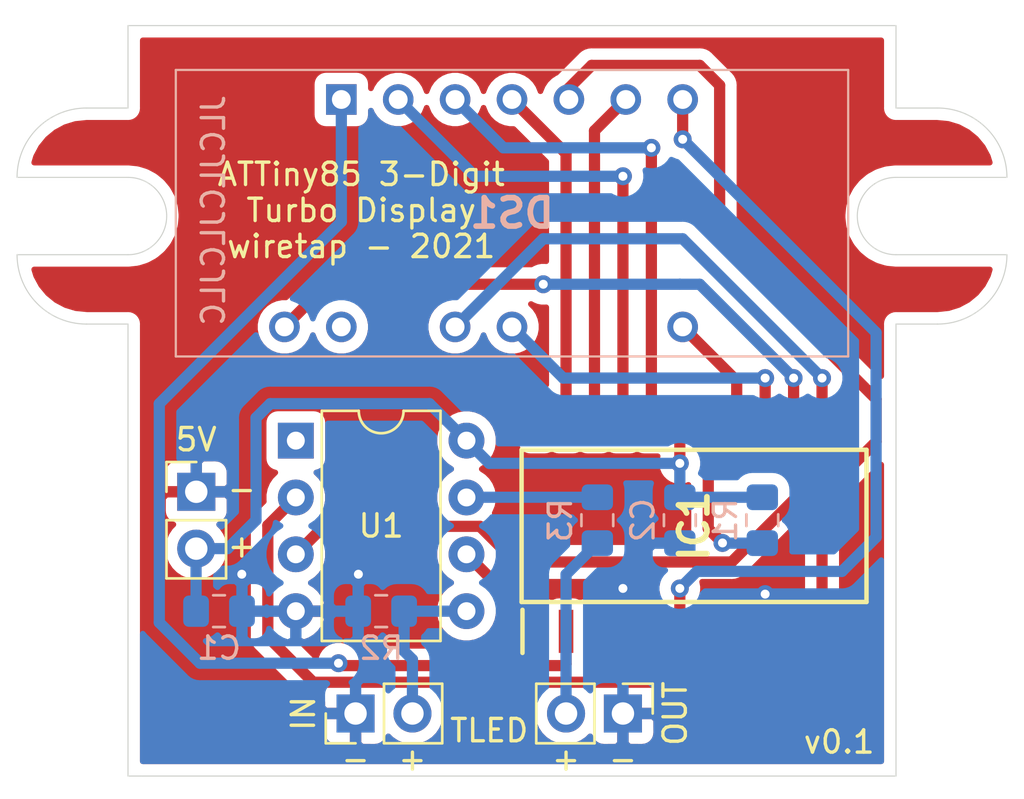
<source format=kicad_pcb>
(kicad_pcb (version 20171130) (host pcbnew "(5.1.6)-1")

  (general
    (thickness 1.6)
    (drawings 31)
    (tracks 111)
    (zones 0)
    (modules 11)
    (nets 29)
  )

  (page A4)
  (layers
    (0 F.Cu signal)
    (31 B.Cu signal)
    (32 B.Adhes user)
    (33 F.Adhes user)
    (34 B.Paste user)
    (35 F.Paste user)
    (36 B.SilkS user)
    (37 F.SilkS user)
    (38 B.Mask user)
    (39 F.Mask user)
    (40 Dwgs.User user)
    (41 Cmts.User user)
    (42 Eco1.User user)
    (43 Eco2.User user)
    (44 Edge.Cuts user)
    (45 Margin user)
    (46 B.CrtYd user)
    (47 F.CrtYd user)
    (48 B.Fab user)
    (49 F.Fab user)
  )

  (setup
    (last_trace_width 0.25)
    (user_trace_width 0.5)
    (trace_clearance 0.2)
    (zone_clearance 0.508)
    (zone_45_only no)
    (trace_min 0.2)
    (via_size 0.8)
    (via_drill 0.4)
    (via_min_size 0.4)
    (via_min_drill 0.3)
    (uvia_size 0.3)
    (uvia_drill 0.1)
    (uvias_allowed no)
    (uvia_min_size 0.2)
    (uvia_min_drill 0.1)
    (edge_width 0.05)
    (segment_width 0.2)
    (pcb_text_width 0.3)
    (pcb_text_size 1.5 1.5)
    (mod_edge_width 0.12)
    (mod_text_size 1 1)
    (mod_text_width 0.15)
    (pad_size 1.524 1.524)
    (pad_drill 0.762)
    (pad_to_mask_clearance 0.05)
    (aux_axis_origin 0 0)
    (visible_elements 7FFFFFFF)
    (pcbplotparams
      (layerselection 0x010fc_ffffffff)
      (usegerberextensions false)
      (usegerberattributes true)
      (usegerberadvancedattributes true)
      (creategerberjobfile true)
      (excludeedgelayer true)
      (linewidth 0.100000)
      (plotframeref false)
      (viasonmask false)
      (mode 1)
      (useauxorigin false)
      (hpglpennumber 1)
      (hpglpenspeed 20)
      (hpglpendiameter 15.000000)
      (psnegative false)
      (psa4output false)
      (plotreference true)
      (plotvalue true)
      (plotinvisibletext false)
      (padsonsilk false)
      (subtractmaskfromsilk false)
      (outputformat 1)
      (mirror false)
      (drillshape 0)
      (scaleselection 1)
      (outputdirectory "//192.168.1.100/Personal/Charlie/~Retro/~PCB's and Kits/Turbo Display/V3-simplified/Turbo-Display-V3-Simple/gerbers/"))
  )

  (net 0 "")
  (net 1 +5V)
  (net 2 GND)
  (net 3 /DIG1)
  (net 4 /SEGE)
  (net 5 /SEGC)
  (net 6 /SEGD)
  (net 7 /DIG2)
  (net 8 /SEGDP)
  (net 9 /DIG3)
  (net 10 /SEGG)
  (net 11 /SEGB)
  (net 12 /SEGA)
  (net 13 "Net-(DS1-Pad14)")
  (net 14 /SEGF)
  (net 15 /DATA)
  (net 16 "Net-(IC1-Pad3)")
  (net 17 "Net-(IC1-Pad5)")
  (net 18 "Net-(IC1-Pad7)")
  (net 19 "Net-(IC1-Pad8)")
  (net 20 "Net-(IC1-Pad10)")
  (net 21 /LOAD)
  (net 22 /CLOCK)
  (net 23 "Net-(IC1-Pad18)")
  (net 24 "Net-(IC1-Pad24)")
  (net 25 /TLED_IN)
  (net 26 "Net-(J3-Pad2)")
  (net 27 /TLED_OUT)
  (net 28 "Net-(U1-Pad1)")

  (net_class Default "This is the default net class."
    (clearance 0.2)
    (trace_width 0.25)
    (via_dia 0.8)
    (via_drill 0.4)
    (uvia_dia 0.3)
    (uvia_drill 0.1)
    (add_net +5V)
    (add_net /CLOCK)
    (add_net /DATA)
    (add_net /DIG1)
    (add_net /DIG2)
    (add_net /DIG3)
    (add_net /LOAD)
    (add_net /SEGA)
    (add_net /SEGB)
    (add_net /SEGC)
    (add_net /SEGD)
    (add_net /SEGDP)
    (add_net /SEGE)
    (add_net /SEGF)
    (add_net /SEGG)
    (add_net /TLED_IN)
    (add_net /TLED_OUT)
    (add_net GND)
    (add_net "Net-(DS1-Pad14)")
    (add_net "Net-(IC1-Pad10)")
    (add_net "Net-(IC1-Pad18)")
    (add_net "Net-(IC1-Pad24)")
    (add_net "Net-(IC1-Pad3)")
    (add_net "Net-(IC1-Pad5)")
    (add_net "Net-(IC1-Pad7)")
    (add_net "Net-(IC1-Pad8)")
    (add_net "Net-(J3-Pad2)")
    (add_net "Net-(U1-Pad1)")
  )

  (module Capacitor_SMD:C_0805_2012Metric_Pad1.15x1.40mm_HandSolder (layer B.Cu) (tedit 5B36C52B) (tstamp 60E6534B)
    (at 124.079 100.965)
    (descr "Capacitor SMD 0805 (2012 Metric), square (rectangular) end terminal, IPC_7351 nominal with elongated pad for handsoldering. (Body size source: https://docs.google.com/spreadsheets/d/1BsfQQcO9C6DZCsRaXUlFlo91Tg2WpOkGARC1WS5S8t0/edit?usp=sharing), generated with kicad-footprint-generator")
    (tags "capacitor handsolder")
    (path /60E7B1A0)
    (attr smd)
    (fp_text reference C1 (at 0 1.65) (layer B.SilkS)
      (effects (font (size 1 1) (thickness 0.15)) (justify mirror))
    )
    (fp_text value 0.1uF (at 0 -1.65) (layer B.Fab) hide
      (effects (font (size 1 1) (thickness 0.15)) (justify mirror))
    )
    (fp_line (start -1 -0.6) (end -1 0.6) (layer B.Fab) (width 0.1))
    (fp_line (start -1 0.6) (end 1 0.6) (layer B.Fab) (width 0.1))
    (fp_line (start 1 0.6) (end 1 -0.6) (layer B.Fab) (width 0.1))
    (fp_line (start 1 -0.6) (end -1 -0.6) (layer B.Fab) (width 0.1))
    (fp_line (start -0.261252 0.71) (end 0.261252 0.71) (layer B.SilkS) (width 0.12))
    (fp_line (start -0.261252 -0.71) (end 0.261252 -0.71) (layer B.SilkS) (width 0.12))
    (fp_line (start -1.85 -0.95) (end -1.85 0.95) (layer B.CrtYd) (width 0.05))
    (fp_line (start -1.85 0.95) (end 1.85 0.95) (layer B.CrtYd) (width 0.05))
    (fp_line (start 1.85 0.95) (end 1.85 -0.95) (layer B.CrtYd) (width 0.05))
    (fp_line (start 1.85 -0.95) (end -1.85 -0.95) (layer B.CrtYd) (width 0.05))
    (fp_text user %R (at 0 0) (layer B.Fab)
      (effects (font (size 0.5 0.5) (thickness 0.08)) (justify mirror))
    )
    (pad 1 smd roundrect (at -1.025 0) (size 1.15 1.4) (layers B.Cu B.Paste B.Mask) (roundrect_rratio 0.217391)
      (net 1 +5V))
    (pad 2 smd roundrect (at 1.025 0) (size 1.15 1.4) (layers B.Cu B.Paste B.Mask) (roundrect_rratio 0.217391)
      (net 2 GND))
    (model ${KISYS3DMOD}/Capacitor_SMD.3dshapes/C_0805_2012Metric.wrl
      (at (xyz 0 0 0))
      (scale (xyz 1 1 1))
      (rotate (xyz 0 0 0))
    )
  )

  (module Capacitor_SMD:C_0805_2012Metric_Pad1.15x1.40mm_HandSolder (layer B.Cu) (tedit 5B36C52B) (tstamp 60E6535C)
    (at 144.653 96.901 270)
    (descr "Capacitor SMD 0805 (2012 Metric), square (rectangular) end terminal, IPC_7351 nominal with elongated pad for handsoldering. (Body size source: https://docs.google.com/spreadsheets/d/1BsfQQcO9C6DZCsRaXUlFlo91Tg2WpOkGARC1WS5S8t0/edit?usp=sharing), generated with kicad-footprint-generator")
    (tags "capacitor handsolder")
    (path /60E7B99F)
    (attr smd)
    (fp_text reference C2 (at 0 1.65 270) (layer B.SilkS)
      (effects (font (size 1 1) (thickness 0.15)) (justify mirror))
    )
    (fp_text value 0.1uF (at 0 -1.65 270) (layer B.Fab) hide
      (effects (font (size 1 1) (thickness 0.15)) (justify mirror))
    )
    (fp_line (start 1.85 -0.95) (end -1.85 -0.95) (layer B.CrtYd) (width 0.05))
    (fp_line (start 1.85 0.95) (end 1.85 -0.95) (layer B.CrtYd) (width 0.05))
    (fp_line (start -1.85 0.95) (end 1.85 0.95) (layer B.CrtYd) (width 0.05))
    (fp_line (start -1.85 -0.95) (end -1.85 0.95) (layer B.CrtYd) (width 0.05))
    (fp_line (start -0.261252 -0.71) (end 0.261252 -0.71) (layer B.SilkS) (width 0.12))
    (fp_line (start -0.261252 0.71) (end 0.261252 0.71) (layer B.SilkS) (width 0.12))
    (fp_line (start 1 -0.6) (end -1 -0.6) (layer B.Fab) (width 0.1))
    (fp_line (start 1 0.6) (end 1 -0.6) (layer B.Fab) (width 0.1))
    (fp_line (start -1 0.6) (end 1 0.6) (layer B.Fab) (width 0.1))
    (fp_line (start -1 -0.6) (end -1 0.6) (layer B.Fab) (width 0.1))
    (fp_text user %R (at 0 0 270) (layer B.Fab)
      (effects (font (size 0.5 0.5) (thickness 0.08)) (justify mirror))
    )
    (pad 2 smd roundrect (at 1.025 0 270) (size 1.15 1.4) (layers B.Cu B.Paste B.Mask) (roundrect_rratio 0.217391)
      (net 2 GND))
    (pad 1 smd roundrect (at -1.025 0 270) (size 1.15 1.4) (layers B.Cu B.Paste B.Mask) (roundrect_rratio 0.217391)
      (net 1 +5V))
    (model ${KISYS3DMOD}/Capacitor_SMD.3dshapes/C_0805_2012Metric.wrl
      (at (xyz 0 0 0))
      (scale (xyz 1 1 1))
      (rotate (xyz 0 0 0))
    )
  )

  (module HDSP433G (layer B.Cu) (tedit 0) (tstamp 60E65379)
    (at 129.54 78.105)
    (descr HDSP-433G-2)
    (tags Display)
    (path /60E5F5D6)
    (fp_text reference DS1 (at 7.62 5.08) (layer B.SilkS)
      (effects (font (size 1.27 1.27) (thickness 0.254)) (justify mirror))
    )
    (fp_text value HDSP-433G (at 7.62 5.08) (layer B.SilkS) hide
      (effects (font (size 1.27 1.27) (thickness 0.254)) (justify mirror))
    )
    (fp_line (start -7.39 11.48) (end 22.63 11.48) (layer B.Fab) (width 0.2))
    (fp_line (start 22.63 11.48) (end 22.63 -1.32) (layer B.Fab) (width 0.2))
    (fp_line (start 22.63 -1.32) (end -7.39 -1.32) (layer B.Fab) (width 0.2))
    (fp_line (start -7.39 -1.32) (end -7.39 11.48) (layer B.Fab) (width 0.2))
    (fp_line (start -7.39 11.48) (end 22.63 11.48) (layer B.SilkS) (width 0.1))
    (fp_line (start 22.63 11.48) (end 22.63 -1.32) (layer B.SilkS) (width 0.1))
    (fp_line (start 22.63 -1.32) (end -7.39 -1.32) (layer B.SilkS) (width 0.1))
    (fp_line (start -7.39 -1.32) (end -7.39 11.48) (layer B.SilkS) (width 0.1))
    (fp_line (start -8.39 12.48) (end 23.63 12.48) (layer B.CrtYd) (width 0.1))
    (fp_line (start 23.63 12.48) (end 23.63 -2.32) (layer B.CrtYd) (width 0.1))
    (fp_line (start 23.63 -2.32) (end -8.39 -2.32) (layer B.CrtYd) (width 0.1))
    (fp_line (start -8.39 -2.32) (end -8.39 12.48) (layer B.CrtYd) (width 0.1))
    (fp_text user %R (at 7.62 5.08) (layer B.Fab)
      (effects (font (size 1.27 1.27) (thickness 0.254)) (justify mirror))
    )
    (pad 1 thru_hole rect (at 0 0) (size 1.365 1.365) (drill 0.84) (layers *.Cu *.Mask)
      (net 3 /DIG1))
    (pad 2 thru_hole circle (at 2.54 0) (size 1.365 1.365) (drill 0.84) (layers *.Cu *.Mask)
      (net 4 /SEGE))
    (pad 3 thru_hole circle (at 5.08 0) (size 1.365 1.365) (drill 0.84) (layers *.Cu *.Mask)
      (net 5 /SEGC))
    (pad 4 thru_hole circle (at 7.62 0) (size 1.365 1.365) (drill 0.84) (layers *.Cu *.Mask)
      (net 6 /SEGD))
    (pad 5 thru_hole circle (at 10.16 0) (size 1.365 1.365) (drill 0.84) (layers *.Cu *.Mask)
      (net 7 /DIG2))
    (pad 6 thru_hole circle (at 12.7 0) (size 1.365 1.365) (drill 0.84) (layers *.Cu *.Mask)
      (net 8 /SEGDP))
    (pad 7 thru_hole circle (at 15.24 0) (size 1.365 1.365) (drill 0.84) (layers *.Cu *.Mask)
      (net 9 /DIG3))
    (pad 8 thru_hole circle (at 15.24 10.16) (size 1.365 1.365) (drill 0.84) (layers *.Cu *.Mask)
      (net 10 /SEGG))
    (pad 11 thru_hole circle (at 7.62 10.16) (size 1.365 1.365) (drill 0.84) (layers *.Cu *.Mask)
      (net 11 /SEGB))
    (pad 12 thru_hole circle (at 5.08 10.16) (size 1.365 1.365) (drill 0.84) (layers *.Cu *.Mask)
      (net 12 /SEGA))
    (pad 14 thru_hole circle (at 0 10.16) (size 1.365 1.365) (drill 0.84) (layers *.Cu *.Mask)
      (net 13 "Net-(DS1-Pad14)"))
    (pad 15 thru_hole circle (at -2.54 10.16) (size 1.365 1.365) (drill 0.84) (layers *.Cu *.Mask)
      (net 14 /SEGF))
    (model "C:\\Users\\wiretap\\Downloads\\Kicad Library Downloads\\SamacSys_Parts.3dshapes\\HDSP-433G.stp"
      (at (xyz 0 0 0))
      (scale (xyz 1 1 1))
      (rotate (xyz 0 0 0))
    )
  )

  (module SOIC127P1032X265-24N (layer F.Cu) (tedit 0) (tstamp 60E653A4)
    (at 145.288 97.155 90)
    (descr SOIC-24)
    (tags "Integrated Circuit")
    (path /60E60BE4)
    (attr smd)
    (fp_text reference IC1 (at 0 0 90) (layer F.SilkS)
      (effects (font (size 1.27 1.27) (thickness 0.254)))
    )
    (fp_text value MAX7219EWG+ (at 0 0 90) (layer F.SilkS) hide
      (effects (font (size 1.27 1.27) (thickness 0.254)))
    )
    (fp_line (start -5.925 -8.05) (end 5.925 -8.05) (layer F.CrtYd) (width 0.05))
    (fp_line (start 5.925 -8.05) (end 5.925 8.05) (layer F.CrtYd) (width 0.05))
    (fp_line (start 5.925 8.05) (end -5.925 8.05) (layer F.CrtYd) (width 0.05))
    (fp_line (start -5.925 8.05) (end -5.925 -8.05) (layer F.CrtYd) (width 0.05))
    (fp_line (start -3.75 -7.7) (end 3.75 -7.7) (layer F.Fab) (width 0.1))
    (fp_line (start 3.75 -7.7) (end 3.75 7.7) (layer F.Fab) (width 0.1))
    (fp_line (start 3.75 7.7) (end -3.75 7.7) (layer F.Fab) (width 0.1))
    (fp_line (start -3.75 7.7) (end -3.75 -7.7) (layer F.Fab) (width 0.1))
    (fp_line (start -3.75 -6.43) (end -2.48 -7.7) (layer F.Fab) (width 0.1))
    (fp_line (start -3.4 -7.7) (end 3.4 -7.7) (layer F.SilkS) (width 0.2))
    (fp_line (start 3.4 -7.7) (end 3.4 7.7) (layer F.SilkS) (width 0.2))
    (fp_line (start 3.4 7.7) (end -3.4 7.7) (layer F.SilkS) (width 0.2))
    (fp_line (start -3.4 7.7) (end -3.4 -7.7) (layer F.SilkS) (width 0.2))
    (fp_line (start -5.675 -7.66) (end -3.75 -7.66) (layer F.SilkS) (width 0.2))
    (fp_text user %R (at 0 0 90) (layer F.Fab)
      (effects (font (size 1.27 1.27) (thickness 0.254)))
    )
    (pad 1 smd rect (at -4.712 -6.985 180) (size 0.65 1.925) (layers F.Cu F.Paste F.Mask)
      (net 15 /DATA))
    (pad 2 smd rect (at -4.712 -5.715 180) (size 0.65 1.925) (layers F.Cu F.Paste F.Mask)
      (net 3 /DIG1))
    (pad 3 smd rect (at -4.712 -4.445 180) (size 0.65 1.925) (layers F.Cu F.Paste F.Mask)
      (net 16 "Net-(IC1-Pad3)"))
    (pad 4 smd rect (at -4.712 -3.175 180) (size 0.65 1.925) (layers F.Cu F.Paste F.Mask)
      (net 2 GND))
    (pad 5 smd rect (at -4.712 -1.905 180) (size 0.65 1.925) (layers F.Cu F.Paste F.Mask)
      (net 17 "Net-(IC1-Pad5)"))
    (pad 6 smd rect (at -4.712 -0.635 180) (size 0.65 1.925) (layers F.Cu F.Paste F.Mask)
      (net 9 /DIG3))
    (pad 7 smd rect (at -4.712 0.635 180) (size 0.65 1.925) (layers F.Cu F.Paste F.Mask)
      (net 18 "Net-(IC1-Pad7)"))
    (pad 8 smd rect (at -4.712 1.905 180) (size 0.65 1.925) (layers F.Cu F.Paste F.Mask)
      (net 19 "Net-(IC1-Pad8)"))
    (pad 9 smd rect (at -4.712 3.175 180) (size 0.65 1.925) (layers F.Cu F.Paste F.Mask)
      (net 2 GND))
    (pad 10 smd rect (at -4.712 4.445 180) (size 0.65 1.925) (layers F.Cu F.Paste F.Mask)
      (net 20 "Net-(IC1-Pad10)"))
    (pad 11 smd rect (at -4.712 5.715 180) (size 0.65 1.925) (layers F.Cu F.Paste F.Mask)
      (net 7 /DIG2))
    (pad 12 smd rect (at -4.712 6.985 180) (size 0.65 1.925) (layers F.Cu F.Paste F.Mask)
      (net 21 /LOAD))
    (pad 13 smd rect (at 4.712 6.985 180) (size 0.65 1.925) (layers F.Cu F.Paste F.Mask)
      (net 22 /CLOCK))
    (pad 14 smd rect (at 4.712 5.715 180) (size 0.65 1.925) (layers F.Cu F.Paste F.Mask)
      (net 12 /SEGA))
    (pad 15 smd rect (at 4.712 4.445 180) (size 0.65 1.925) (layers F.Cu F.Paste F.Mask)
      (net 14 /SEGF))
    (pad 16 smd rect (at 4.712 3.175 180) (size 0.65 1.925) (layers F.Cu F.Paste F.Mask)
      (net 11 /SEGB))
    (pad 17 smd rect (at 4.712 1.905 180) (size 0.65 1.925) (layers F.Cu F.Paste F.Mask)
      (net 10 /SEGG))
    (pad 18 smd rect (at 4.712 0.635 180) (size 0.65 1.925) (layers F.Cu F.Paste F.Mask)
      (net 23 "Net-(IC1-Pad18)"))
    (pad 19 smd rect (at 4.712 -0.635 180) (size 0.65 1.925) (layers F.Cu F.Paste F.Mask)
      (net 1 +5V))
    (pad 20 smd rect (at 4.712 -1.905 180) (size 0.65 1.925) (layers F.Cu F.Paste F.Mask)
      (net 5 /SEGC))
    (pad 21 smd rect (at 4.712 -3.175 180) (size 0.65 1.925) (layers F.Cu F.Paste F.Mask)
      (net 4 /SEGE))
    (pad 22 smd rect (at 4.712 -4.445 180) (size 0.65 1.925) (layers F.Cu F.Paste F.Mask)
      (net 8 /SEGDP))
    (pad 23 smd rect (at 4.712 -5.715 180) (size 0.65 1.925) (layers F.Cu F.Paste F.Mask)
      (net 6 /SEGD))
    (pad 24 smd rect (at 4.712 -6.985 180) (size 0.65 1.925) (layers F.Cu F.Paste F.Mask)
      (net 24 "Net-(IC1-Pad24)"))
    (model "C:\\Users\\wiretap\\Downloads\\Kicad Library Downloads\\SamacSys_Parts.3dshapes\\MAX7219EWG+.stp"
      (at (xyz 0 0 0))
      (scale (xyz 1 1 1))
      (rotate (xyz 0 0 0))
    )
  )

  (module Connector_PinHeader_2.54mm:PinHeader_1x02_P2.54mm_Vertical (layer F.Cu) (tedit 59FED5CC) (tstamp 60E653BA)
    (at 123.063 95.631)
    (descr "Through hole straight pin header, 1x02, 2.54mm pitch, single row")
    (tags "Through hole pin header THT 1x02 2.54mm single row")
    (path /60E76C8D)
    (fp_text reference 5V (at 0 -2.33) (layer F.SilkS)
      (effects (font (size 1 1) (thickness 0.15)))
    )
    (fp_text value +5V (at 0 4.87) (layer F.Fab) hide
      (effects (font (size 1 1) (thickness 0.15)))
    )
    (fp_line (start -0.635 -1.27) (end 1.27 -1.27) (layer F.Fab) (width 0.1))
    (fp_line (start 1.27 -1.27) (end 1.27 3.81) (layer F.Fab) (width 0.1))
    (fp_line (start 1.27 3.81) (end -1.27 3.81) (layer F.Fab) (width 0.1))
    (fp_line (start -1.27 3.81) (end -1.27 -0.635) (layer F.Fab) (width 0.1))
    (fp_line (start -1.27 -0.635) (end -0.635 -1.27) (layer F.Fab) (width 0.1))
    (fp_line (start -1.33 3.87) (end 1.33 3.87) (layer F.SilkS) (width 0.12))
    (fp_line (start -1.33 1.27) (end -1.33 3.87) (layer F.SilkS) (width 0.12))
    (fp_line (start 1.33 1.27) (end 1.33 3.87) (layer F.SilkS) (width 0.12))
    (fp_line (start -1.33 1.27) (end 1.33 1.27) (layer F.SilkS) (width 0.12))
    (fp_line (start -1.33 0) (end -1.33 -1.33) (layer F.SilkS) (width 0.12))
    (fp_line (start -1.33 -1.33) (end 0 -1.33) (layer F.SilkS) (width 0.12))
    (fp_line (start -1.8 -1.8) (end -1.8 4.35) (layer F.CrtYd) (width 0.05))
    (fp_line (start -1.8 4.35) (end 1.8 4.35) (layer F.CrtYd) (width 0.05))
    (fp_line (start 1.8 4.35) (end 1.8 -1.8) (layer F.CrtYd) (width 0.05))
    (fp_line (start 1.8 -1.8) (end -1.8 -1.8) (layer F.CrtYd) (width 0.05))
    (fp_text user %R (at 0 1.27 90) (layer F.Fab)
      (effects (font (size 1 1) (thickness 0.15)))
    )
    (pad 1 thru_hole rect (at 0 0) (size 1.7 1.7) (drill 1) (layers *.Cu *.Mask)
      (net 2 GND))
    (pad 2 thru_hole oval (at 0 2.54) (size 1.7 1.7) (drill 1) (layers *.Cu *.Mask)
      (net 1 +5V))
    (model ${KISYS3DMOD}/Connector_PinHeader_2.54mm.3dshapes/PinHeader_1x02_P2.54mm_Vertical.wrl
      (at (xyz 0 0 0))
      (scale (xyz 1 1 1))
      (rotate (xyz 0 0 0))
    )
  )

  (module Connector_PinHeader_2.54mm:PinHeader_1x02_P2.54mm_Vertical (layer F.Cu) (tedit 59FED5CC) (tstamp 60E653D0)
    (at 130.175 105.537 90)
    (descr "Through hole straight pin header, 1x02, 2.54mm pitch, single row")
    (tags "Through hole pin header THT 1x02 2.54mm single row")
    (path /60E755F5)
    (fp_text reference IN (at 0 -2.33 90) (layer F.SilkS)
      (effects (font (size 1 1) (thickness 0.15)))
    )
    (fp_text value TLED_IN (at 0 4.87 90) (layer F.Fab) hide
      (effects (font (size 1 1) (thickness 0.15)))
    )
    (fp_line (start -0.635 -1.27) (end 1.27 -1.27) (layer F.Fab) (width 0.1))
    (fp_line (start 1.27 -1.27) (end 1.27 3.81) (layer F.Fab) (width 0.1))
    (fp_line (start 1.27 3.81) (end -1.27 3.81) (layer F.Fab) (width 0.1))
    (fp_line (start -1.27 3.81) (end -1.27 -0.635) (layer F.Fab) (width 0.1))
    (fp_line (start -1.27 -0.635) (end -0.635 -1.27) (layer F.Fab) (width 0.1))
    (fp_line (start -1.33 3.87) (end 1.33 3.87) (layer F.SilkS) (width 0.12))
    (fp_line (start -1.33 1.27) (end -1.33 3.87) (layer F.SilkS) (width 0.12))
    (fp_line (start 1.33 1.27) (end 1.33 3.87) (layer F.SilkS) (width 0.12))
    (fp_line (start -1.33 1.27) (end 1.33 1.27) (layer F.SilkS) (width 0.12))
    (fp_line (start -1.33 0) (end -1.33 -1.33) (layer F.SilkS) (width 0.12))
    (fp_line (start -1.33 -1.33) (end 0 -1.33) (layer F.SilkS) (width 0.12))
    (fp_line (start -1.8 -1.8) (end -1.8 4.35) (layer F.CrtYd) (width 0.05))
    (fp_line (start -1.8 4.35) (end 1.8 4.35) (layer F.CrtYd) (width 0.05))
    (fp_line (start 1.8 4.35) (end 1.8 -1.8) (layer F.CrtYd) (width 0.05))
    (fp_line (start 1.8 -1.8) (end -1.8 -1.8) (layer F.CrtYd) (width 0.05))
    (fp_text user %R (at 0 1.27) (layer F.Fab)
      (effects (font (size 1 1) (thickness 0.15)))
    )
    (pad 1 thru_hole rect (at 0 0 90) (size 1.7 1.7) (drill 1) (layers *.Cu *.Mask)
      (net 2 GND))
    (pad 2 thru_hole oval (at 0 2.54 90) (size 1.7 1.7) (drill 1) (layers *.Cu *.Mask)
      (net 25 /TLED_IN))
    (model ${KISYS3DMOD}/Connector_PinHeader_2.54mm.3dshapes/PinHeader_1x02_P2.54mm_Vertical.wrl
      (at (xyz 0 0 0))
      (scale (xyz 1 1 1))
      (rotate (xyz 0 0 0))
    )
  )

  (module Connector_PinHeader_2.54mm:PinHeader_1x02_P2.54mm_Vertical (layer F.Cu) (tedit 59FED5CC) (tstamp 60E653E6)
    (at 142.113 105.537 270)
    (descr "Through hole straight pin header, 1x02, 2.54mm pitch, single row")
    (tags "Through hole pin header THT 1x02 2.54mm single row")
    (path /60E76594)
    (fp_text reference OUT (at 0 -2.33 90) (layer F.SilkS)
      (effects (font (size 1 1) (thickness 0.15)))
    )
    (fp_text value TLED_OUT (at 0 4.87 90) (layer F.Fab) hide
      (effects (font (size 1 1) (thickness 0.15)))
    )
    (fp_line (start 1.8 -1.8) (end -1.8 -1.8) (layer F.CrtYd) (width 0.05))
    (fp_line (start 1.8 4.35) (end 1.8 -1.8) (layer F.CrtYd) (width 0.05))
    (fp_line (start -1.8 4.35) (end 1.8 4.35) (layer F.CrtYd) (width 0.05))
    (fp_line (start -1.8 -1.8) (end -1.8 4.35) (layer F.CrtYd) (width 0.05))
    (fp_line (start -1.33 -1.33) (end 0 -1.33) (layer F.SilkS) (width 0.12))
    (fp_line (start -1.33 0) (end -1.33 -1.33) (layer F.SilkS) (width 0.12))
    (fp_line (start -1.33 1.27) (end 1.33 1.27) (layer F.SilkS) (width 0.12))
    (fp_line (start 1.33 1.27) (end 1.33 3.87) (layer F.SilkS) (width 0.12))
    (fp_line (start -1.33 1.27) (end -1.33 3.87) (layer F.SilkS) (width 0.12))
    (fp_line (start -1.33 3.87) (end 1.33 3.87) (layer F.SilkS) (width 0.12))
    (fp_line (start -1.27 -0.635) (end -0.635 -1.27) (layer F.Fab) (width 0.1))
    (fp_line (start -1.27 3.81) (end -1.27 -0.635) (layer F.Fab) (width 0.1))
    (fp_line (start 1.27 3.81) (end -1.27 3.81) (layer F.Fab) (width 0.1))
    (fp_line (start 1.27 -1.27) (end 1.27 3.81) (layer F.Fab) (width 0.1))
    (fp_line (start -0.635 -1.27) (end 1.27 -1.27) (layer F.Fab) (width 0.1))
    (fp_text user %R (at 0 1.27) (layer F.Fab)
      (effects (font (size 1 1) (thickness 0.15)))
    )
    (pad 2 thru_hole oval (at 0 2.54 270) (size 1.7 1.7) (drill 1) (layers *.Cu *.Mask)
      (net 26 "Net-(J3-Pad2)"))
    (pad 1 thru_hole rect (at 0 0 270) (size 1.7 1.7) (drill 1) (layers *.Cu *.Mask)
      (net 2 GND))
    (model ${KISYS3DMOD}/Connector_PinHeader_2.54mm.3dshapes/PinHeader_1x02_P2.54mm_Vertical.wrl
      (at (xyz 0 0 0))
      (scale (xyz 1 1 1))
      (rotate (xyz 0 0 0))
    )
  )

  (module Resistor_SMD:R_0805_2012Metric_Pad1.15x1.40mm_HandSolder (layer B.Cu) (tedit 5B36C52B) (tstamp 60E653F7)
    (at 148.336 96.901 270)
    (descr "Resistor SMD 0805 (2012 Metric), square (rectangular) end terminal, IPC_7351 nominal with elongated pad for handsoldering. (Body size source: https://docs.google.com/spreadsheets/d/1BsfQQcO9C6DZCsRaXUlFlo91Tg2WpOkGARC1WS5S8t0/edit?usp=sharing), generated with kicad-footprint-generator")
    (tags "resistor handsolder")
    (path /60E6D1BD)
    (attr smd)
    (fp_text reference R1 (at 0 1.65 90) (layer B.SilkS)
      (effects (font (size 1 1) (thickness 0.15)) (justify mirror))
    )
    (fp_text value 28k (at 0 -1.65 90) (layer B.Fab) hide
      (effects (font (size 1 1) (thickness 0.15)) (justify mirror))
    )
    (fp_line (start -1 -0.6) (end -1 0.6) (layer B.Fab) (width 0.1))
    (fp_line (start -1 0.6) (end 1 0.6) (layer B.Fab) (width 0.1))
    (fp_line (start 1 0.6) (end 1 -0.6) (layer B.Fab) (width 0.1))
    (fp_line (start 1 -0.6) (end -1 -0.6) (layer B.Fab) (width 0.1))
    (fp_line (start -0.261252 0.71) (end 0.261252 0.71) (layer B.SilkS) (width 0.12))
    (fp_line (start -0.261252 -0.71) (end 0.261252 -0.71) (layer B.SilkS) (width 0.12))
    (fp_line (start -1.85 -0.95) (end -1.85 0.95) (layer B.CrtYd) (width 0.05))
    (fp_line (start -1.85 0.95) (end 1.85 0.95) (layer B.CrtYd) (width 0.05))
    (fp_line (start 1.85 0.95) (end 1.85 -0.95) (layer B.CrtYd) (width 0.05))
    (fp_line (start 1.85 -0.95) (end -1.85 -0.95) (layer B.CrtYd) (width 0.05))
    (fp_text user %R (at 0 0 90) (layer B.Fab)
      (effects (font (size 0.5 0.5) (thickness 0.08)) (justify mirror))
    )
    (pad 1 smd roundrect (at -1.025 0 270) (size 1.15 1.4) (layers B.Cu B.Paste B.Mask) (roundrect_rratio 0.217391)
      (net 1 +5V))
    (pad 2 smd roundrect (at 1.025 0 270) (size 1.15 1.4) (layers B.Cu B.Paste B.Mask) (roundrect_rratio 0.217391)
      (net 23 "Net-(IC1-Pad18)"))
    (model ${KISYS3DMOD}/Resistor_SMD.3dshapes/R_0805_2012Metric.wrl
      (at (xyz 0 0 0))
      (scale (xyz 1 1 1))
      (rotate (xyz 0 0 0))
    )
  )

  (module Resistor_SMD:R_0805_2012Metric_Pad1.15x1.40mm_HandSolder (layer B.Cu) (tedit 5B36C52B) (tstamp 60E65408)
    (at 131.318 100.965 180)
    (descr "Resistor SMD 0805 (2012 Metric), square (rectangular) end terminal, IPC_7351 nominal with elongated pad for handsoldering. (Body size source: https://docs.google.com/spreadsheets/d/1BsfQQcO9C6DZCsRaXUlFlo91Tg2WpOkGARC1WS5S8t0/edit?usp=sharing), generated with kicad-footprint-generator")
    (tags "resistor handsolder")
    (path /60E86BFE)
    (attr smd)
    (fp_text reference R2 (at 0 -1.651) (layer B.SilkS)
      (effects (font (size 1 1) (thickness 0.15)) (justify mirror))
    )
    (fp_text value 10k (at 0 -1.65) (layer B.Fab) hide
      (effects (font (size 1 1) (thickness 0.15)) (justify mirror))
    )
    (fp_line (start 1.85 -0.95) (end -1.85 -0.95) (layer B.CrtYd) (width 0.05))
    (fp_line (start 1.85 0.95) (end 1.85 -0.95) (layer B.CrtYd) (width 0.05))
    (fp_line (start -1.85 0.95) (end 1.85 0.95) (layer B.CrtYd) (width 0.05))
    (fp_line (start -1.85 -0.95) (end -1.85 0.95) (layer B.CrtYd) (width 0.05))
    (fp_line (start -0.261252 -0.71) (end 0.261252 -0.71) (layer B.SilkS) (width 0.12))
    (fp_line (start -0.261252 0.71) (end 0.261252 0.71) (layer B.SilkS) (width 0.12))
    (fp_line (start 1 -0.6) (end -1 -0.6) (layer B.Fab) (width 0.1))
    (fp_line (start 1 0.6) (end 1 -0.6) (layer B.Fab) (width 0.1))
    (fp_line (start -1 0.6) (end 1 0.6) (layer B.Fab) (width 0.1))
    (fp_line (start -1 -0.6) (end -1 0.6) (layer B.Fab) (width 0.1))
    (fp_text user %R (at 0 0) (layer B.Fab)
      (effects (font (size 0.5 0.5) (thickness 0.08)) (justify mirror))
    )
    (pad 2 smd roundrect (at 1.025 0 180) (size 1.15 1.4) (layers B.Cu B.Paste B.Mask) (roundrect_rratio 0.217391)
      (net 2 GND))
    (pad 1 smd roundrect (at -1.025 0 180) (size 1.15 1.4) (layers B.Cu B.Paste B.Mask) (roundrect_rratio 0.217391)
      (net 25 /TLED_IN))
    (model ${KISYS3DMOD}/Resistor_SMD.3dshapes/R_0805_2012Metric.wrl
      (at (xyz 0 0 0))
      (scale (xyz 1 1 1))
      (rotate (xyz 0 0 0))
    )
  )

  (module Resistor_SMD:R_0805_2012Metric_Pad1.15x1.40mm_HandSolder (layer B.Cu) (tedit 5B36C52B) (tstamp 60E65419)
    (at 140.97 96.901 90)
    (descr "Resistor SMD 0805 (2012 Metric), square (rectangular) end terminal, IPC_7351 nominal with elongated pad for handsoldering. (Body size source: https://docs.google.com/spreadsheets/d/1BsfQQcO9C6DZCsRaXUlFlo91Tg2WpOkGARC1WS5S8t0/edit?usp=sharing), generated with kicad-footprint-generator")
    (tags "resistor handsolder")
    (path /60E8730F)
    (attr smd)
    (fp_text reference R3 (at 0 -1.651 270) (layer B.SilkS)
      (effects (font (size 1 1) (thickness 0.15)) (justify mirror))
    )
    (fp_text value 330 (at 0 -1.65 270) (layer B.Fab) hide
      (effects (font (size 1 1) (thickness 0.15)) (justify mirror))
    )
    (fp_line (start -1 -0.6) (end -1 0.6) (layer B.Fab) (width 0.1))
    (fp_line (start -1 0.6) (end 1 0.6) (layer B.Fab) (width 0.1))
    (fp_line (start 1 0.6) (end 1 -0.6) (layer B.Fab) (width 0.1))
    (fp_line (start 1 -0.6) (end -1 -0.6) (layer B.Fab) (width 0.1))
    (fp_line (start -0.261252 0.71) (end 0.261252 0.71) (layer B.SilkS) (width 0.12))
    (fp_line (start -0.261252 -0.71) (end 0.261252 -0.71) (layer B.SilkS) (width 0.12))
    (fp_line (start -1.85 -0.95) (end -1.85 0.95) (layer B.CrtYd) (width 0.05))
    (fp_line (start -1.85 0.95) (end 1.85 0.95) (layer B.CrtYd) (width 0.05))
    (fp_line (start 1.85 0.95) (end 1.85 -0.95) (layer B.CrtYd) (width 0.05))
    (fp_line (start 1.85 -0.95) (end -1.85 -0.95) (layer B.CrtYd) (width 0.05))
    (fp_text user %R (at 0 0 270) (layer B.Fab)
      (effects (font (size 0.5 0.5) (thickness 0.08)) (justify mirror))
    )
    (pad 1 smd roundrect (at -1.025 0 90) (size 1.15 1.4) (layers B.Cu B.Paste B.Mask) (roundrect_rratio 0.217391)
      (net 26 "Net-(J3-Pad2)"))
    (pad 2 smd roundrect (at 1.025 0 90) (size 1.15 1.4) (layers B.Cu B.Paste B.Mask) (roundrect_rratio 0.217391)
      (net 27 /TLED_OUT))
    (model ${KISYS3DMOD}/Resistor_SMD.3dshapes/R_0805_2012Metric.wrl
      (at (xyz 0 0 0))
      (scale (xyz 1 1 1))
      (rotate (xyz 0 0 0))
    )
  )

  (module Package_DIP:DIP-8_W7.62mm (layer F.Cu) (tedit 5A02E8C5) (tstamp 60E65435)
    (at 127.508 93.345)
    (descr "8-lead though-hole mounted DIP package, row spacing 7.62 mm (300 mils)")
    (tags "THT DIP DIL PDIP 2.54mm 7.62mm 300mil")
    (path /60E65BD6)
    (fp_text reference U1 (at 3.81 3.81) (layer F.SilkS)
      (effects (font (size 1 1) (thickness 0.15)))
    )
    (fp_text value ATtiny85-20PU (at 3.81 9.95) (layer F.Fab) hide
      (effects (font (size 1 1) (thickness 0.15)))
    )
    (fp_line (start 1.635 -1.27) (end 6.985 -1.27) (layer F.Fab) (width 0.1))
    (fp_line (start 6.985 -1.27) (end 6.985 8.89) (layer F.Fab) (width 0.1))
    (fp_line (start 6.985 8.89) (end 0.635 8.89) (layer F.Fab) (width 0.1))
    (fp_line (start 0.635 8.89) (end 0.635 -0.27) (layer F.Fab) (width 0.1))
    (fp_line (start 0.635 -0.27) (end 1.635 -1.27) (layer F.Fab) (width 0.1))
    (fp_line (start 2.81 -1.33) (end 1.16 -1.33) (layer F.SilkS) (width 0.12))
    (fp_line (start 1.16 -1.33) (end 1.16 8.95) (layer F.SilkS) (width 0.12))
    (fp_line (start 1.16 8.95) (end 6.46 8.95) (layer F.SilkS) (width 0.12))
    (fp_line (start 6.46 8.95) (end 6.46 -1.33) (layer F.SilkS) (width 0.12))
    (fp_line (start 6.46 -1.33) (end 4.81 -1.33) (layer F.SilkS) (width 0.12))
    (fp_line (start -1.1 -1.55) (end -1.1 9.15) (layer F.CrtYd) (width 0.05))
    (fp_line (start -1.1 9.15) (end 8.7 9.15) (layer F.CrtYd) (width 0.05))
    (fp_line (start 8.7 9.15) (end 8.7 -1.55) (layer F.CrtYd) (width 0.05))
    (fp_line (start 8.7 -1.55) (end -1.1 -1.55) (layer F.CrtYd) (width 0.05))
    (fp_arc (start 3.81 -1.33) (end 2.81 -1.33) (angle -180) (layer F.SilkS) (width 0.12))
    (fp_text user %R (at 3.81 3.81) (layer F.Fab)
      (effects (font (size 1 1) (thickness 0.15)))
    )
    (pad 1 thru_hole rect (at 0 0) (size 1.6 1.6) (drill 0.8) (layers *.Cu *.Mask)
      (net 28 "Net-(U1-Pad1)"))
    (pad 5 thru_hole oval (at 7.62 7.62) (size 1.6 1.6) (drill 0.8) (layers *.Cu *.Mask)
      (net 25 /TLED_IN))
    (pad 2 thru_hole oval (at 0 2.54) (size 1.6 1.6) (drill 0.8) (layers *.Cu *.Mask)
      (net 21 /LOAD))
    (pad 6 thru_hole oval (at 7.62 5.08) (size 1.6 1.6) (drill 0.8) (layers *.Cu *.Mask)
      (net 15 /DATA))
    (pad 3 thru_hole oval (at 0 5.08) (size 1.6 1.6) (drill 0.8) (layers *.Cu *.Mask)
      (net 22 /CLOCK))
    (pad 7 thru_hole oval (at 7.62 2.54) (size 1.6 1.6) (drill 0.8) (layers *.Cu *.Mask)
      (net 27 /TLED_OUT))
    (pad 4 thru_hole oval (at 0 7.62) (size 1.6 1.6) (drill 0.8) (layers *.Cu *.Mask)
      (net 2 GND))
    (pad 8 thru_hole oval (at 7.62 0) (size 1.6 1.6) (drill 0.8) (layers *.Cu *.Mask)
      (net 1 +5V))
    (model ${KISYS3DMOD}/Package_DIP.3dshapes/DIP-8_W7.62mm.wrl
      (at (xyz 0 0 0))
      (scale (xyz 1 1 1))
      (rotate (xyz 0 0 0))
    )
  )

  (gr_text JLCJLCJLCJLC (at 123.825 83.058 90) (layer B.SilkS)
    (effects (font (size 1 1) (thickness 0.15)) (justify mirror))
  )
  (gr_text v0.1 (at 151.765 106.807) (layer F.SilkS)
    (effects (font (size 1 1) (thickness 0.15)))
  )
  (gr_text "ATTiny85 3-Digit\nTurbo Display\nwiretap - 2021" (at 130.429 83.058) (layer F.SilkS)
    (effects (font (size 1 1) (thickness 0.15)))
  )
  (gr_line (start 120.015 88.138) (end 118.160614 88.138) (layer Edge.Cuts) (width 0.05) (tstamp 60E67127))
  (gr_line (start 120.015 108.331) (end 120.015 88.138) (layer Edge.Cuts) (width 0.05))
  (gr_line (start 120.015 78.486) (end 118.160614 78.486) (layer Edge.Cuts) (width 0.05) (tstamp 60E67126))
  (gr_line (start 120.015 74.803) (end 120.015 78.486) (layer Edge.Cuts) (width 0.05))
  (gr_line (start 154.305 88.138) (end 156.159386 88.138) (layer Edge.Cuts) (width 0.05) (tstamp 60E67125))
  (gr_line (start 154.305 108.331) (end 154.305 88.138) (layer Edge.Cuts) (width 0.05))
  (gr_line (start 154.305 78.486) (end 156.159386 78.486) (layer Edge.Cuts) (width 0.05) (tstamp 60E67124))
  (gr_line (start 154.305 74.803) (end 154.305 78.486) (layer Edge.Cuts) (width 0.05))
  (gr_arc (start 156.159386 85.039386) (end 156.159386 88.138) (angle -90) (layer Edge.Cuts) (width 0.05) (tstamp 60E6710D))
  (gr_arc (start 156.159386 81.584614) (end 159.258 81.584614) (angle -90) (layer Edge.Cuts) (width 0.05) (tstamp 60E6710D))
  (gr_arc (start 118.160614 85.039386) (end 115.062 85.039386) (angle -90) (layer Edge.Cuts) (width 0.05) (tstamp 60E6710D))
  (gr_arc (start 118.160614 81.584614) (end 118.160614 78.486) (angle -90) (layer Edge.Cuts) (width 0.05))
  (gr_line (start 120.015 85.039386) (end 115.062 85.039386) (layer Edge.Cuts) (width 0.05))
  (gr_line (start 120.015 81.584614) (end 115.062 81.584614) (layer Edge.Cuts) (width 0.05))
  (gr_arc (start 120.015 83.312) (end 120.015 85.039386) (angle -180) (layer Edge.Cuts) (width 0.05) (tstamp 60E670E7))
  (gr_line (start 154.305 85.039386) (end 159.258 85.039386) (layer Edge.Cuts) (width 0.05))
  (gr_line (start 154.305 81.584614) (end 159.258 81.584614) (layer Edge.Cuts) (width 0.05))
  (gr_arc (start 154.305 83.312) (end 154.305 81.584614) (angle -180) (layer Edge.Cuts) (width 0.05))
  (gr_line (start 120.015 74.803) (end 154.305 74.803) (layer Edge.Cuts) (width 0.05))
  (gr_line (start 120.65 108.331) (end 120.015 108.331) (layer Edge.Cuts) (width 0.05))
  (gr_line (start 120.65 108.331) (end 154.305 108.331) (layer Edge.Cuts) (width 0.05))
  (gr_text + (at 125.095 98.044) (layer F.SilkS)
    (effects (font (size 1 1) (thickness 0.15)))
  )
  (gr_text - (at 125.095 95.504) (layer F.SilkS)
    (effects (font (size 1 1) (thickness 0.15)))
  )
  (gr_text + (at 132.715 107.569) (layer F.SilkS)
    (effects (font (size 1 1) (thickness 0.15)))
  )
  (gr_text - (at 130.175 107.569) (layer F.SilkS)
    (effects (font (size 1 1) (thickness 0.15)))
  )
  (gr_text - (at 142.113 107.569) (layer F.SilkS)
    (effects (font (size 1 1) (thickness 0.15)))
  )
  (gr_text + (at 139.573 107.569) (layer F.SilkS)
    (effects (font (size 1 1) (thickness 0.15)))
  )
  (gr_text TLED (at 136.144 106.299) (layer F.SilkS)
    (effects (font (size 1 1) (thickness 0.15)))
  )

  (via (at 144.653 94.361) (size 0.8) (drill 0.4) (layers F.Cu B.Cu) (net 1))
  (segment (start 123.054 98.18) (end 123.063 98.171) (width 0.5) (layer B.Cu) (net 1))
  (segment (start 123.054 100.965) (end 123.054 98.18) (width 0.5) (layer B.Cu) (net 1))
  (segment (start 144.653 95.876) (end 148.336 95.876) (width 0.5) (layer B.Cu) (net 1))
  (segment (start 144.653 94.361) (end 144.653 92.443) (width 0.5) (layer F.Cu) (net 1))
  (segment (start 144.653 95.876) (end 144.653 94.361) (width 0.5) (layer B.Cu) (net 1))
  (segment (start 136.144 94.361) (end 135.128 93.345) (width 0.5) (layer B.Cu) (net 1))
  (segment (start 144.653 94.361) (end 136.144 94.361) (width 0.5) (layer B.Cu) (net 1))
  (segment (start 124.46 98.171) (end 125.73 96.901) (width 0.5) (layer B.Cu) (net 1))
  (segment (start 133.477 91.694) (end 135.128 93.345) (width 0.5) (layer B.Cu) (net 1))
  (segment (start 123.063 98.171) (end 124.46 98.171) (width 0.5) (layer B.Cu) (net 1))
  (segment (start 125.73 96.901) (end 125.73 92.329) (width 0.5) (layer B.Cu) (net 1))
  (segment (start 126.365 91.694) (end 133.477 91.694) (width 0.5) (layer B.Cu) (net 1))
  (segment (start 125.73 92.329) (end 126.365 91.694) (width 0.5) (layer B.Cu) (net 1))
  (via (at 130.302 99.314) (size 0.8) (drill 0.4) (layers F.Cu B.Cu) (net 2))
  (via (at 125.095 99.314) (size 0.8) (drill 0.4) (layers F.Cu B.Cu) (net 2))
  (via (at 142.113 99.949) (size 0.8) (drill 0.4) (layers F.Cu B.Cu) (net 2))
  (segment (start 142.113 101.867) (end 142.113 99.949) (width 0.5) (layer F.Cu) (net 2))
  (via (at 148.463 100.203) (size 0.8) (drill 0.4) (layers F.Cu B.Cu) (net 2))
  (segment (start 148.463 101.867) (end 148.463 100.203) (width 0.5) (layer F.Cu) (net 2))
  (segment (start 129.520011 103.396999) (end 129.413002 103.28999) (width 0.5) (layer F.Cu) (net 3))
  (segment (start 139.573 101.867) (end 139.573 103.3295) (width 0.5) (layer F.Cu) (net 3))
  (segment (start 139.573 103.3295) (end 139.505501 103.396999) (width 0.5) (layer F.Cu) (net 3))
  (via (at 129.413002 103.28999) (size 0.8) (drill 0.4) (layers F.Cu B.Cu) (net 3))
  (segment (start 139.505501 103.396999) (end 129.520011 103.396999) (width 0.5) (layer F.Cu) (net 3))
  (segment (start 121.412 91.694) (end 121.412 101.473) (width 0.5) (layer B.Cu) (net 3))
  (segment (start 121.412 101.473) (end 123.22899 103.28999) (width 0.5) (layer B.Cu) (net 3))
  (segment (start 129.54 78.105) (end 129.54 83.566) (width 0.5) (layer B.Cu) (net 3))
  (segment (start 123.22899 103.28999) (end 129.413002 103.28999) (width 0.5) (layer B.Cu) (net 3))
  (segment (start 129.54 83.566) (end 121.412 91.694) (width 0.5) (layer B.Cu) (net 3))
  (via (at 142.113 81.534) (size 0.8) (drill 0.4) (layers F.Cu B.Cu) (net 4))
  (segment (start 135.509 81.534) (end 142.113 81.534) (width 0.5) (layer B.Cu) (net 4))
  (segment (start 142.113 92.443) (end 142.113 81.534) (width 0.5) (layer F.Cu) (net 4))
  (segment (start 132.08 78.105) (end 135.509 81.534) (width 0.5) (layer B.Cu) (net 4))
  (via (at 143.383006 80.264) (size 0.8) (drill 0.4) (layers F.Cu B.Cu) (net 5))
  (segment (start 134.62 78.105) (end 136.779 80.264) (width 0.5) (layer B.Cu) (net 5))
  (segment (start 136.779 80.264) (end 143.383006 80.264) (width 0.5) (layer B.Cu) (net 5))
  (segment (start 143.383 80.264006) (end 143.383006 80.264) (width 0.5) (layer F.Cu) (net 5))
  (segment (start 143.383 92.443) (end 143.383 80.264006) (width 0.5) (layer F.Cu) (net 5))
  (segment (start 139.573 80.518) (end 137.16 78.105) (width 0.5) (layer F.Cu) (net 6))
  (segment (start 139.573 92.443) (end 139.573 80.518) (width 0.5) (layer F.Cu) (net 6))
  (segment (start 139.7 77.597) (end 139.7 78.105) (width 0.5) (layer F.Cu) (net 7))
  (segment (start 140.716 76.581) (end 139.7 77.597) (width 0.5) (layer F.Cu) (net 7))
  (segment (start 145.542 76.581) (end 140.716 76.581) (width 0.5) (layer F.Cu) (net 7))
  (segment (start 151.003 95.810502) (end 153.416 93.397502) (width 0.5) (layer F.Cu) (net 7))
  (segment (start 151.003 101.867) (end 151.003 95.810502) (width 0.5) (layer F.Cu) (net 7))
  (segment (start 146.431 77.47) (end 145.542 76.581) (width 0.5) (layer F.Cu) (net 7))
  (segment (start 153.416 93.397502) (end 153.416 91.488498) (width 0.5) (layer F.Cu) (net 7))
  (segment (start 146.431 84.503498) (end 146.431 77.47) (width 0.5) (layer F.Cu) (net 7))
  (segment (start 153.416 91.488498) (end 146.431 84.503498) (width 0.5) (layer F.Cu) (net 7))
  (segment (start 140.843 79.502) (end 142.24 78.105) (width 0.5) (layer F.Cu) (net 8))
  (segment (start 140.843 92.443) (end 140.843 79.502) (width 0.5) (layer F.Cu) (net 8))
  (segment (start 144.78 78.105) (end 144.78 79.883) (width 0.5) (layer F.Cu) (net 9))
  (segment (start 144.78 79.883) (end 144.78 79.883) (width 0.5) (layer F.Cu) (net 9) (tstamp 60E66D97))
  (via (at 144.78 79.883) (size 0.8) (drill 0.4) (layers F.Cu B.Cu) (net 9))
  (segment (start 144.653 99.949) (end 144.653 99.949) (width 0.5) (layer B.Cu) (net 9) (tstamp 60E66DA3))
  (via (at 144.653 99.949) (size 0.8) (drill 0.4) (layers F.Cu B.Cu) (net 9) (status 1000000))
  (segment (start 144.653 99.949) (end 144.653 101.867) (width 0.5) (layer F.Cu) (net 9))
  (segment (start 151.892 99.187) (end 145.415 99.187) (width 0.5) (layer B.Cu) (net 9))
  (segment (start 153.416 97.663) (end 151.892 99.187) (width 0.5) (layer B.Cu) (net 9))
  (segment (start 145.415 99.187) (end 144.653 99.949) (width 0.5) (layer B.Cu) (net 9))
  (segment (start 144.78 79.883) (end 153.416 88.519) (width 0.5) (layer B.Cu) (net 9))
  (segment (start 153.416 88.519) (end 153.416 97.663) (width 0.5) (layer B.Cu) (net 9))
  (segment (start 147.193 90.678) (end 144.78 88.265) (width 0.5) (layer F.Cu) (net 10))
  (segment (start 147.193 92.443) (end 147.193 90.678) (width 0.5) (layer F.Cu) (net 10))
  (via (at 148.463 90.551) (size 0.8) (drill 0.4) (layers F.Cu B.Cu) (net 11))
  (segment (start 148.463 90.551) (end 148.463 92.443) (width 0.5) (layer F.Cu) (net 11))
  (segment (start 139.446 90.551) (end 137.16 88.265) (width 0.5) (layer B.Cu) (net 11))
  (segment (start 148.463 90.551) (end 139.446 90.551) (width 0.5) (layer B.Cu) (net 11))
  (via (at 151.003 90.551) (size 0.8) (drill 0.4) (layers F.Cu B.Cu) (net 12))
  (segment (start 151.003 90.551) (end 151.003 92.443) (width 0.5) (layer F.Cu) (net 12))
  (segment (start 151.003 90.551) (end 144.78 84.328) (width 0.5) (layer B.Cu) (net 12))
  (segment (start 138.557 84.328) (end 134.62 88.265) (width 0.5) (layer B.Cu) (net 12))
  (segment (start 144.78 84.328) (end 138.557 84.328) (width 0.5) (layer B.Cu) (net 12))
  (via (at 149.733 90.551) (size 0.8) (drill 0.4) (layers F.Cu B.Cu) (net 14))
  (segment (start 149.733 90.551) (end 149.733 92.443) (width 0.5) (layer F.Cu) (net 14))
  (segment (start 149.733 90.551) (end 145.542 86.36) (width 0.5) (layer B.Cu) (net 14))
  (segment (start 145.542 86.36) (end 144.653 86.36) (width 0.5) (layer B.Cu) (net 14))
  (segment (start 144.653 86.36) (end 144.653 86.36) (width 0.5) (layer B.Cu) (net 14) (tstamp 60E67027))
  (segment (start 144.653 86.36) (end 138.557 86.36) (width 0.5) (layer B.Cu) (net 14))
  (segment (start 138.557 86.36) (end 138.557 86.36) (width 0.5) (layer B.Cu) (net 14) (tstamp 60E67053))
  (via (at 138.557 86.36) (size 0.8) (drill 0.4) (layers F.Cu B.Cu) (net 14))
  (segment (start 128.905 86.36) (end 127 88.265) (width 0.5) (layer F.Cu) (net 14))
  (segment (start 138.557 86.36) (end 128.905 86.36) (width 0.5) (layer F.Cu) (net 14))
  (segment (start 138.303 101.6) (end 135.128 98.425) (width 0.5) (layer F.Cu) (net 15))
  (segment (start 138.303 101.867) (end 138.303 101.6) (width 0.5) (layer F.Cu) (net 15))
  (segment (start 152.273 103.3295) (end 152.273 101.867) (width 0.5) (layer F.Cu) (net 21))
  (segment (start 128.281998 104.14) (end 151.4625 104.14) (width 0.5) (layer F.Cu) (net 21))
  (segment (start 126.257999 102.116001) (end 128.281998 104.14) (width 0.5) (layer F.Cu) (net 21))
  (segment (start 127.508 95.885) (end 126.257999 97.135001) (width 0.5) (layer F.Cu) (net 21))
  (segment (start 151.4625 104.14) (end 152.273 103.3295) (width 0.5) (layer F.Cu) (net 21))
  (segment (start 126.257999 97.135001) (end 126.257999 102.116001) (width 0.5) (layer F.Cu) (net 21))
  (segment (start 128.758001 97.174999) (end 127.508 98.425) (width 0.5) (layer F.Cu) (net 22))
  (segment (start 135.728001 97.174999) (end 128.758001 97.174999) (width 0.5) (layer F.Cu) (net 22))
  (segment (start 137.320003 98.767001) (end 135.728001 97.174999) (width 0.5) (layer F.Cu) (net 22))
  (segment (start 146.966001 98.767001) (end 137.320003 98.767001) (width 0.5) (layer F.Cu) (net 22))
  (segment (start 152.273 93.460002) (end 146.966001 98.767001) (width 0.5) (layer F.Cu) (net 22))
  (segment (start 152.273 92.443) (end 152.273 93.460002) (width 0.5) (layer F.Cu) (net 22))
  (via (at 146.558 97.917) (size 0.8) (drill 0.4) (layers F.Cu B.Cu) (net 23))
  (segment (start 146.567 97.926) (end 146.558 97.917) (width 0.5) (layer B.Cu) (net 23))
  (segment (start 148.336 97.926) (end 146.567 97.926) (width 0.5) (layer B.Cu) (net 23))
  (segment (start 145.923 97.282) (end 145.923 92.443) (width 0.5) (layer F.Cu) (net 23))
  (segment (start 146.558 97.917) (end 145.923 97.282) (width 0.5) (layer F.Cu) (net 23))
  (segment (start 132.343 100.965) (end 132.343 102.752) (width 0.5) (layer B.Cu) (net 25))
  (segment (start 132.715 103.124) (end 132.715 105.537) (width 0.5) (layer B.Cu) (net 25))
  (segment (start 132.343 102.752) (end 132.715 103.124) (width 0.5) (layer B.Cu) (net 25))
  (segment (start 132.343 100.965) (end 135.128 100.965) (width 0.5) (layer B.Cu) (net 25))
  (segment (start 139.573 99.323) (end 140.97 97.926) (width 0.5) (layer B.Cu) (net 26))
  (segment (start 139.573 105.537) (end 139.573 99.323) (width 0.5) (layer B.Cu) (net 26))
  (segment (start 135.137 95.876) (end 135.128 95.885) (width 0.5) (layer B.Cu) (net 27))
  (segment (start 140.97 95.876) (end 135.137 95.876) (width 0.5) (layer B.Cu) (net 27))

  (zone (net 2) (net_name GND) (layer F.Cu) (tstamp 60E67344) (hatch edge 0.508)
    (connect_pads (clearance 0.508))
    (min_thickness 0.254)
    (fill yes (arc_segments 32) (thermal_gap 0.508) (thermal_bridge_width 0.508))
    (polygon
      (pts
        (xy 160.02 109.347) (xy 114.3 109.347) (xy 114.3 73.66) (xy 160.02 73.66)
      )
    )
    (filled_polygon
      (pts
        (xy 153.645001 78.453571) (xy 153.641807 78.486) (xy 153.65455 78.615383) (xy 153.69229 78.739793) (xy 153.753575 78.85445)
        (xy 153.836052 78.954948) (xy 153.93655 79.037425) (xy 154.051207 79.09871) (xy 154.175617 79.13645) (xy 154.272581 79.146)
        (xy 154.305 79.149193) (xy 154.337419 79.146) (xy 156.127107 79.146) (xy 156.632433 79.195548) (xy 157.087466 79.332931)
        (xy 157.507146 79.556079) (xy 157.875486 79.85649) (xy 158.178465 80.22273) (xy 158.404536 80.640838) (xy 158.492379 80.924614)
        (xy 154.272581 80.924614) (xy 154.238892 80.927932) (xy 154.216476 80.927932) (xy 154.207311 80.928895) (xy 153.872285 80.966475)
        (xy 153.813792 80.978909) (xy 153.755096 80.99053) (xy 153.746293 80.993256) (xy 153.424948 81.095192) (xy 153.369962 81.118759)
        (xy 153.314658 81.141553) (xy 153.306552 81.145936) (xy 153.011126 81.308348) (xy 152.96179 81.342129) (xy 152.911944 81.375246)
        (xy 152.904844 81.381121) (xy 152.64659 81.597822) (xy 152.604746 81.640552) (xy 152.562291 81.682711) (xy 152.556467 81.689853)
        (xy 152.345222 81.952589) (xy 152.312506 82.002584) (xy 152.279016 82.052235) (xy 152.27469 82.060372) (xy 152.118501 82.359135)
        (xy 152.096086 82.414617) (xy 152.072912 82.469743) (xy 152.070249 82.478565) (xy 151.975064 82.801974) (xy 151.963863 82.860693)
        (xy 151.951826 82.91933) (xy 151.950927 82.928501) (xy 151.920372 83.264241) (xy 151.92079 83.324058) (xy 151.920372 83.383876)
        (xy 151.921271 83.393047) (xy 151.956511 83.728327) (xy 151.96853 83.786877) (xy 151.979747 83.845684) (xy 151.982411 83.854506)
        (xy 152.082102 84.176556) (xy 152.105283 84.231701) (xy 152.127692 84.287165) (xy 152.132018 84.295302) (xy 152.292364 84.591855)
        (xy 152.325831 84.641471) (xy 152.358569 84.691501) (xy 152.364393 84.698642) (xy 152.579286 84.958403) (xy 152.621742 85.000563)
        (xy 152.663586 85.043293) (xy 152.670686 85.049167) (xy 152.931941 85.26224) (xy 152.981747 85.295331) (xy 153.03112 85.329138)
        (xy 153.039227 85.333521) (xy 153.336892 85.491793) (xy 153.392196 85.514587) (xy 153.44718 85.538154) (xy 153.455984 85.540879)
        (xy 153.778722 85.638319) (xy 153.837395 85.649936) (xy 153.895912 85.662375) (xy 153.905077 85.663338) (xy 154.240595 85.696236)
        (xy 154.240598 85.696236) (xy 154.272581 85.699386) (xy 158.492008 85.699386) (xy 158.41107 85.967464) (xy 158.187924 86.387141)
        (xy 157.88751 86.755486) (xy 157.521271 87.058465) (xy 157.103158 87.284538) (xy 156.649102 87.425091) (xy 156.145702 87.478)
        (xy 154.337419 87.478) (xy 154.305 87.474807) (xy 154.272581 87.478) (xy 154.175617 87.48755) (xy 154.051207 87.52529)
        (xy 153.93655 87.586575) (xy 153.836052 87.669052) (xy 153.753575 87.76955) (xy 153.69229 87.884207) (xy 153.65455 88.008617)
        (xy 153.641807 88.138) (xy 153.645001 88.170429) (xy 153.645001 90.46592) (xy 147.316 84.13692) (xy 147.316 77.513469)
        (xy 147.320281 77.47) (xy 147.316 77.426531) (xy 147.316 77.426523) (xy 147.303195 77.29651) (xy 147.252589 77.129687)
        (xy 147.170411 76.975941) (xy 147.138819 76.937446) (xy 147.087532 76.874953) (xy 147.08753 76.874951) (xy 147.059817 76.841183)
        (xy 147.026049 76.81347) (xy 146.198534 75.985956) (xy 146.170817 75.952183) (xy 146.036059 75.841589) (xy 145.882313 75.759411)
        (xy 145.71549 75.708805) (xy 145.585477 75.696) (xy 145.585469 75.696) (xy 145.542 75.691719) (xy 145.498531 75.696)
        (xy 140.759469 75.696) (xy 140.716 75.691719) (xy 140.672531 75.696) (xy 140.672523 75.696) (xy 140.557306 75.707348)
        (xy 140.542509 75.708805) (xy 140.491903 75.724157) (xy 140.375687 75.759411) (xy 140.221941 75.841589) (xy 140.221939 75.84159)
        (xy 140.22194 75.84159) (xy 140.120953 75.924468) (xy 140.120951 75.92447) (xy 140.087183 75.952183) (xy 140.05947 75.985951)
        (xy 139.130636 76.914786) (xy 139.07593 76.937446) (xy 138.860143 77.081631) (xy 138.676631 77.265143) (xy 138.532446 77.48093)
        (xy 138.433131 77.720699) (xy 138.43 77.73644) (xy 138.426869 77.720699) (xy 138.327554 77.48093) (xy 138.183369 77.265143)
        (xy 137.999857 77.081631) (xy 137.78407 76.937446) (xy 137.544301 76.838131) (xy 137.289762 76.7875) (xy 137.030238 76.7875)
        (xy 136.775699 76.838131) (xy 136.53593 76.937446) (xy 136.320143 77.081631) (xy 136.136631 77.265143) (xy 135.992446 77.48093)
        (xy 135.893131 77.720699) (xy 135.89 77.73644) (xy 135.886869 77.720699) (xy 135.787554 77.48093) (xy 135.643369 77.265143)
        (xy 135.459857 77.081631) (xy 135.24407 76.937446) (xy 135.004301 76.838131) (xy 134.749762 76.7875) (xy 134.490238 76.7875)
        (xy 134.235699 76.838131) (xy 133.99593 76.937446) (xy 133.780143 77.081631) (xy 133.596631 77.265143) (xy 133.452446 77.48093)
        (xy 133.353131 77.720699) (xy 133.35 77.73644) (xy 133.346869 77.720699) (xy 133.247554 77.48093) (xy 133.103369 77.265143)
        (xy 132.919857 77.081631) (xy 132.70407 76.937446) (xy 132.464301 76.838131) (xy 132.209762 76.7875) (xy 131.950238 76.7875)
        (xy 131.695699 76.838131) (xy 131.45593 76.937446) (xy 131.240143 77.081631) (xy 131.056631 77.265143) (xy 130.912446 77.48093)
        (xy 130.860572 77.606166) (xy 130.860572 77.4225) (xy 130.848312 77.298018) (xy 130.812002 77.17832) (xy 130.753037 77.068006)
        (xy 130.673685 76.971315) (xy 130.576994 76.891963) (xy 130.46668 76.832998) (xy 130.346982 76.796688) (xy 130.2225 76.784428)
        (xy 128.8575 76.784428) (xy 128.733018 76.796688) (xy 128.61332 76.832998) (xy 128.503006 76.891963) (xy 128.406315 76.971315)
        (xy 128.326963 77.068006) (xy 128.267998 77.17832) (xy 128.231688 77.298018) (xy 128.219428 77.4225) (xy 128.219428 78.7875)
        (xy 128.231688 78.911982) (xy 128.267998 79.03168) (xy 128.326963 79.141994) (xy 128.406315 79.238685) (xy 128.503006 79.318037)
        (xy 128.61332 79.377002) (xy 128.733018 79.413312) (xy 128.8575 79.425572) (xy 130.2225 79.425572) (xy 130.346982 79.413312)
        (xy 130.46668 79.377002) (xy 130.576994 79.318037) (xy 130.673685 79.238685) (xy 130.753037 79.141994) (xy 130.812002 79.03168)
        (xy 130.848312 78.911982) (xy 130.860572 78.7875) (xy 130.860572 78.603834) (xy 130.912446 78.72907) (xy 131.056631 78.944857)
        (xy 131.240143 79.128369) (xy 131.45593 79.272554) (xy 131.695699 79.371869) (xy 131.950238 79.4225) (xy 132.209762 79.4225)
        (xy 132.464301 79.371869) (xy 132.70407 79.272554) (xy 132.919857 79.128369) (xy 133.103369 78.944857) (xy 133.247554 78.72907)
        (xy 133.346869 78.489301) (xy 133.35 78.47356) (xy 133.353131 78.489301) (xy 133.452446 78.72907) (xy 133.596631 78.944857)
        (xy 133.780143 79.128369) (xy 133.99593 79.272554) (xy 134.235699 79.371869) (xy 134.490238 79.4225) (xy 134.749762 79.4225)
        (xy 135.004301 79.371869) (xy 135.24407 79.272554) (xy 135.459857 79.128369) (xy 135.643369 78.944857) (xy 135.787554 78.72907)
        (xy 135.886869 78.489301) (xy 135.89 78.47356) (xy 135.893131 78.489301) (xy 135.992446 78.72907) (xy 136.136631 78.944857)
        (xy 136.320143 79.128369) (xy 136.53593 79.272554) (xy 136.775699 79.371869) (xy 137.030238 79.4225) (xy 137.225922 79.4225)
        (xy 138.688001 80.88458) (xy 138.688001 85.330781) (xy 138.658939 85.325) (xy 138.455061 85.325) (xy 138.255102 85.364774)
        (xy 138.066744 85.442795) (xy 138.018546 85.475) (xy 128.948469 85.475) (xy 128.905 85.470719) (xy 128.861531 85.475)
        (xy 128.861523 85.475) (xy 128.73151 85.487805) (xy 128.564687 85.538411) (xy 128.431732 85.609476) (xy 128.410941 85.620589)
        (xy 128.309953 85.703468) (xy 128.309951 85.70347) (xy 128.276183 85.731183) (xy 128.24847 85.764951) (xy 127.065922 86.9475)
        (xy 126.870238 86.9475) (xy 126.615699 86.998131) (xy 126.37593 87.097446) (xy 126.160143 87.241631) (xy 125.976631 87.425143)
        (xy 125.832446 87.64093) (xy 125.733131 87.880699) (xy 125.6825 88.135238) (xy 125.6825 88.394762) (xy 125.733131 88.649301)
        (xy 125.832446 88.88907) (xy 125.976631 89.104857) (xy 126.160143 89.288369) (xy 126.37593 89.432554) (xy 126.615699 89.531869)
        (xy 126.870238 89.5825) (xy 127.129762 89.5825) (xy 127.384301 89.531869) (xy 127.62407 89.432554) (xy 127.839857 89.288369)
        (xy 128.023369 89.104857) (xy 128.167554 88.88907) (xy 128.266869 88.649301) (xy 128.27 88.63356) (xy 128.273131 88.649301)
        (xy 128.372446 88.88907) (xy 128.516631 89.104857) (xy 128.700143 89.288369) (xy 128.91593 89.432554) (xy 129.155699 89.531869)
        (xy 129.410238 89.5825) (xy 129.669762 89.5825) (xy 129.924301 89.531869) (xy 130.16407 89.432554) (xy 130.379857 89.288369)
        (xy 130.563369 89.104857) (xy 130.707554 88.88907) (xy 130.806869 88.649301) (xy 130.8575 88.394762) (xy 130.8575 88.135238)
        (xy 130.806869 87.880699) (xy 130.707554 87.64093) (xy 130.563369 87.425143) (xy 130.383226 87.245) (xy 133.776774 87.245)
        (xy 133.596631 87.425143) (xy 133.452446 87.64093) (xy 133.353131 87.880699) (xy 133.3025 88.135238) (xy 133.3025 88.394762)
        (xy 133.353131 88.649301) (xy 133.452446 88.88907) (xy 133.596631 89.104857) (xy 133.780143 89.288369) (xy 133.99593 89.432554)
        (xy 134.235699 89.531869) (xy 134.490238 89.5825) (xy 134.749762 89.5825) (xy 135.004301 89.531869) (xy 135.24407 89.432554)
        (xy 135.459857 89.288369) (xy 135.643369 89.104857) (xy 135.787554 88.88907) (xy 135.886869 88.649301) (xy 135.89 88.63356)
        (xy 135.893131 88.649301) (xy 135.992446 88.88907) (xy 136.136631 89.104857) (xy 136.320143 89.288369) (xy 136.53593 89.432554)
        (xy 136.775699 89.531869) (xy 137.030238 89.5825) (xy 137.289762 89.5825) (xy 137.544301 89.531869) (xy 137.78407 89.432554)
        (xy 137.999857 89.288369) (xy 138.183369 89.104857) (xy 138.327554 88.88907) (xy 138.426869 88.649301) (xy 138.4775 88.394762)
        (xy 138.4775 88.135238) (xy 138.426869 87.880699) (xy 138.327554 87.64093) (xy 138.183369 87.425143) (xy 138.003226 87.245)
        (xy 138.018546 87.245) (xy 138.066744 87.277205) (xy 138.255102 87.355226) (xy 138.455061 87.395) (xy 138.658939 87.395)
        (xy 138.688 87.389219) (xy 138.688 90.848337) (xy 138.628 90.842428) (xy 137.978 90.842428) (xy 137.853518 90.854688)
        (xy 137.73382 90.890998) (xy 137.623506 90.949963) (xy 137.526815 91.029315) (xy 137.447463 91.126006) (xy 137.388498 91.23632)
        (xy 137.352188 91.356018) (xy 137.339928 91.4805) (xy 137.339928 93.4055) (xy 137.352188 93.529982) (xy 137.388498 93.64968)
        (xy 137.447463 93.759994) (xy 137.526815 93.856685) (xy 137.623506 93.936037) (xy 137.73382 93.995002) (xy 137.853518 94.031312)
        (xy 137.978 94.043572) (xy 138.628 94.043572) (xy 138.752482 94.031312) (xy 138.87218 93.995002) (xy 138.938 93.95982)
        (xy 139.00382 93.995002) (xy 139.123518 94.031312) (xy 139.248 94.043572) (xy 139.898 94.043572) (xy 140.022482 94.031312)
        (xy 140.14218 93.995002) (xy 140.208 93.95982) (xy 140.27382 93.995002) (xy 140.393518 94.031312) (xy 140.518 94.043572)
        (xy 141.168 94.043572) (xy 141.292482 94.031312) (xy 141.41218 93.995002) (xy 141.478 93.95982) (xy 141.54382 93.995002)
        (xy 141.663518 94.031312) (xy 141.788 94.043572) (xy 142.438 94.043572) (xy 142.562482 94.031312) (xy 142.68218 93.995002)
        (xy 142.748 93.95982) (xy 142.81382 93.995002) (xy 142.933518 94.031312) (xy 143.058 94.043572) (xy 143.664207 94.043572)
        (xy 143.657774 94.059102) (xy 143.618 94.259061) (xy 143.618 94.462939) (xy 143.657774 94.662898) (xy 143.735795 94.851256)
        (xy 143.849063 95.020774) (xy 143.993226 95.164937) (xy 144.162744 95.278205) (xy 144.351102 95.356226) (xy 144.551061 95.396)
        (xy 144.754939 95.396) (xy 144.954898 95.356226) (xy 145.038 95.321804) (xy 145.038 97.238531) (xy 145.033719 97.282)
        (xy 145.038 97.325469) (xy 145.038 97.325476) (xy 145.040267 97.348489) (xy 145.050805 97.45549) (xy 145.056819 97.475314)
        (xy 145.101411 97.622312) (xy 145.183589 97.776058) (xy 145.270534 97.882001) (xy 137.686582 97.882001) (xy 136.387514 96.582934)
        (xy 136.39968 96.564727) (xy 136.507853 96.303574) (xy 136.563 96.026335) (xy 136.563 95.743665) (xy 136.507853 95.466426)
        (xy 136.39968 95.205273) (xy 136.242637 94.970241) (xy 136.042759 94.770363) (xy 135.810241 94.615) (xy 136.042759 94.459637)
        (xy 136.242637 94.259759) (xy 136.39968 94.024727) (xy 136.507853 93.763574) (xy 136.563 93.486335) (xy 136.563 93.203665)
        (xy 136.507853 92.926426) (xy 136.39968 92.665273) (xy 136.242637 92.430241) (xy 136.042759 92.230363) (xy 135.807727 92.07332)
        (xy 135.546574 91.965147) (xy 135.269335 91.91) (xy 134.986665 91.91) (xy 134.709426 91.965147) (xy 134.448273 92.07332)
        (xy 134.213241 92.230363) (xy 134.013363 92.430241) (xy 133.85632 92.665273) (xy 133.748147 92.926426) (xy 133.693 93.203665)
        (xy 133.693 93.486335) (xy 133.748147 93.763574) (xy 133.85632 94.024727) (xy 134.013363 94.259759) (xy 134.213241 94.459637)
        (xy 134.445759 94.615) (xy 134.213241 94.770363) (xy 134.013363 94.970241) (xy 133.85632 95.205273) (xy 133.748147 95.466426)
        (xy 133.693 95.743665) (xy 133.693 96.026335) (xy 133.745447 96.289999) (xy 128.890553 96.289999) (xy 128.943 96.026335)
        (xy 128.943 95.743665) (xy 128.887853 95.466426) (xy 128.77968 95.205273) (xy 128.622637 94.970241) (xy 128.424039 94.771643)
        (xy 128.432482 94.770812) (xy 128.55218 94.734502) (xy 128.662494 94.675537) (xy 128.759185 94.596185) (xy 128.838537 94.499494)
        (xy 128.897502 94.38918) (xy 128.933812 94.269482) (xy 128.946072 94.145) (xy 128.946072 92.545) (xy 128.933812 92.420518)
        (xy 128.897502 92.30082) (xy 128.838537 92.190506) (xy 128.759185 92.093815) (xy 128.662494 92.014463) (xy 128.55218 91.955498)
        (xy 128.432482 91.919188) (xy 128.308 91.906928) (xy 126.708 91.906928) (xy 126.583518 91.919188) (xy 126.46382 91.955498)
        (xy 126.353506 92.014463) (xy 126.256815 92.093815) (xy 126.177463 92.190506) (xy 126.118498 92.30082) (xy 126.082188 92.420518)
        (xy 126.069928 92.545) (xy 126.069928 94.145) (xy 126.082188 94.269482) (xy 126.118498 94.38918) (xy 126.177463 94.499494)
        (xy 126.256815 94.596185) (xy 126.353506 94.675537) (xy 126.46382 94.734502) (xy 126.583518 94.770812) (xy 126.591961 94.771643)
        (xy 126.393363 94.970241) (xy 126.23632 95.205273) (xy 126.128147 95.466426) (xy 126.073 95.743665) (xy 126.073 96.026335)
        (xy 126.079983 96.061439) (xy 125.662955 96.478467) (xy 125.629182 96.506184) (xy 125.518588 96.640943) (xy 125.43641 96.794689)
        (xy 125.385804 96.961512) (xy 125.372999 97.091525) (xy 125.372999 97.091532) (xy 125.368718 97.135001) (xy 125.372999 97.17847)
        (xy 125.373 102.072522) (xy 125.368718 102.116001) (xy 125.385804 102.289491) (xy 125.436411 102.456314) (xy 125.518589 102.61006)
        (xy 125.601467 102.711047) (xy 125.60147 102.71105) (xy 125.629183 102.744818) (xy 125.66295 102.77253) (xy 127.625468 104.735049)
        (xy 127.653181 104.768817) (xy 127.686949 104.79653) (xy 127.686951 104.796532) (xy 127.732105 104.833589) (xy 127.787939 104.879411)
        (xy 127.941685 104.961589) (xy 128.108508 105.012195) (xy 128.238521 105.025) (xy 128.238529 105.025) (xy 128.281998 105.029281)
        (xy 128.325467 105.025) (xy 128.688768 105.025) (xy 128.69 105.25125) (xy 128.84875 105.41) (xy 130.048 105.41)
        (xy 130.048 105.39) (xy 130.302 105.39) (xy 130.302 105.41) (xy 130.322 105.41) (xy 130.322 105.664)
        (xy 130.302 105.664) (xy 130.302 106.86325) (xy 130.46075 107.022) (xy 131.025 107.025072) (xy 131.149482 107.012812)
        (xy 131.26918 106.976502) (xy 131.379494 106.917537) (xy 131.476185 106.838185) (xy 131.555537 106.741494) (xy 131.614502 106.63118)
        (xy 131.636513 106.55862) (xy 131.768368 106.690475) (xy 132.011589 106.85299) (xy 132.281842 106.964932) (xy 132.56874 107.022)
        (xy 132.86126 107.022) (xy 133.148158 106.964932) (xy 133.418411 106.85299) (xy 133.661632 106.690475) (xy 133.868475 106.483632)
        (xy 134.03099 106.240411) (xy 134.142932 105.970158) (xy 134.2 105.68326) (xy 134.2 105.39074) (xy 134.142932 105.103842)
        (xy 134.110275 105.025) (xy 138.177725 105.025) (xy 138.145068 105.103842) (xy 138.088 105.39074) (xy 138.088 105.68326)
        (xy 138.145068 105.970158) (xy 138.25701 106.240411) (xy 138.419525 106.483632) (xy 138.626368 106.690475) (xy 138.869589 106.85299)
        (xy 139.139842 106.964932) (xy 139.42674 107.022) (xy 139.71926 107.022) (xy 140.006158 106.964932) (xy 140.276411 106.85299)
        (xy 140.519632 106.690475) (xy 140.651487 106.55862) (xy 140.673498 106.63118) (xy 140.732463 106.741494) (xy 140.811815 106.838185)
        (xy 140.908506 106.917537) (xy 141.01882 106.976502) (xy 141.138518 107.012812) (xy 141.263 107.025072) (xy 141.82725 107.022)
        (xy 141.986 106.86325) (xy 141.986 105.664) (xy 142.24 105.664) (xy 142.24 106.86325) (xy 142.39875 107.022)
        (xy 142.963 107.025072) (xy 143.087482 107.012812) (xy 143.20718 106.976502) (xy 143.317494 106.917537) (xy 143.414185 106.838185)
        (xy 143.493537 106.741494) (xy 143.552502 106.63118) (xy 143.588812 106.511482) (xy 143.601072 106.387) (xy 143.598 105.82275)
        (xy 143.43925 105.664) (xy 142.24 105.664) (xy 141.986 105.664) (xy 141.966 105.664) (xy 141.966 105.41)
        (xy 141.986 105.41) (xy 141.986 105.39) (xy 142.24 105.39) (xy 142.24 105.41) (xy 143.43925 105.41)
        (xy 143.598 105.25125) (xy 143.599232 105.025) (xy 151.419031 105.025) (xy 151.4625 105.029281) (xy 151.505969 105.025)
        (xy 151.505977 105.025) (xy 151.63599 105.012195) (xy 151.802813 104.961589) (xy 151.956559 104.879411) (xy 152.091317 104.768817)
        (xy 152.119034 104.735044) (xy 152.86805 103.986029) (xy 152.901817 103.958317) (xy 152.929533 103.924546) (xy 153.01241 103.82356)
        (xy 153.012411 103.823559) (xy 153.094589 103.669813) (xy 153.145195 103.50299) (xy 153.158 103.372977) (xy 153.158 103.372967)
        (xy 153.162281 103.329501) (xy 153.158 103.286035) (xy 153.158 103.128873) (xy 153.187502 103.07368) (xy 153.223812 102.953982)
        (xy 153.236072 102.8295) (xy 153.236072 100.9045) (xy 153.223812 100.780018) (xy 153.187502 100.66032) (xy 153.128537 100.550006)
        (xy 153.049185 100.453315) (xy 152.952494 100.373963) (xy 152.84218 100.314998) (xy 152.722482 100.278688) (xy 152.598 100.266428)
        (xy 151.948 100.266428) (xy 151.888 100.272337) (xy 151.888 96.17708) (xy 153.645001 94.42008) (xy 153.645 107.671)
        (xy 120.675 107.671) (xy 120.675 106.387) (xy 128.686928 106.387) (xy 128.699188 106.511482) (xy 128.735498 106.63118)
        (xy 128.794463 106.741494) (xy 128.873815 106.838185) (xy 128.970506 106.917537) (xy 129.08082 106.976502) (xy 129.200518 107.012812)
        (xy 129.325 107.025072) (xy 129.88925 107.022) (xy 130.048 106.86325) (xy 130.048 105.664) (xy 128.84875 105.664)
        (xy 128.69 105.82275) (xy 128.686928 106.387) (xy 120.675 106.387) (xy 120.675 96.481) (xy 121.574928 96.481)
        (xy 121.587188 96.605482) (xy 121.623498 96.72518) (xy 121.682463 96.835494) (xy 121.761815 96.932185) (xy 121.858506 97.011537)
        (xy 121.96882 97.070502) (xy 122.04138 97.092513) (xy 121.909525 97.224368) (xy 121.74701 97.467589) (xy 121.635068 97.737842)
        (xy 121.578 98.02474) (xy 121.578 98.31726) (xy 121.635068 98.604158) (xy 121.74701 98.874411) (xy 121.909525 99.117632)
        (xy 122.116368 99.324475) (xy 122.359589 99.48699) (xy 122.629842 99.598932) (xy 122.91674 99.656) (xy 123.20926 99.656)
        (xy 123.496158 99.598932) (xy 123.766411 99.48699) (xy 124.009632 99.324475) (xy 124.216475 99.117632) (xy 124.37899 98.874411)
        (xy 124.490932 98.604158) (xy 124.548 98.31726) (xy 124.548 98.02474) (xy 124.490932 97.737842) (xy 124.37899 97.467589)
        (xy 124.216475 97.224368) (xy 124.08462 97.092513) (xy 124.15718 97.070502) (xy 124.267494 97.011537) (xy 124.364185 96.932185)
        (xy 124.443537 96.835494) (xy 124.502502 96.72518) (xy 124.538812 96.605482) (xy 124.551072 96.481) (xy 124.548 95.91675)
        (xy 124.38925 95.758) (xy 123.19 95.758) (xy 123.19 95.778) (xy 122.936 95.778) (xy 122.936 95.758)
        (xy 121.73675 95.758) (xy 121.578 95.91675) (xy 121.574928 96.481) (xy 120.675 96.481) (xy 120.675 94.781)
        (xy 121.574928 94.781) (xy 121.578 95.34525) (xy 121.73675 95.504) (xy 122.936 95.504) (xy 122.936 94.30475)
        (xy 123.19 94.30475) (xy 123.19 95.504) (xy 124.38925 95.504) (xy 124.548 95.34525) (xy 124.551072 94.781)
        (xy 124.538812 94.656518) (xy 124.502502 94.53682) (xy 124.443537 94.426506) (xy 124.364185 94.329815) (xy 124.267494 94.250463)
        (xy 124.15718 94.191498) (xy 124.037482 94.155188) (xy 123.913 94.142928) (xy 123.34875 94.146) (xy 123.19 94.30475)
        (xy 122.936 94.30475) (xy 122.77725 94.146) (xy 122.213 94.142928) (xy 122.088518 94.155188) (xy 121.96882 94.191498)
        (xy 121.858506 94.250463) (xy 121.761815 94.329815) (xy 121.682463 94.426506) (xy 121.623498 94.53682) (xy 121.587188 94.656518)
        (xy 121.574928 94.781) (xy 120.675 94.781) (xy 120.675 88.170419) (xy 120.678193 88.138) (xy 120.66545 88.008617)
        (xy 120.62771 87.884207) (xy 120.566425 87.76955) (xy 120.483948 87.669052) (xy 120.38345 87.586575) (xy 120.268793 87.52529)
        (xy 120.144383 87.48755) (xy 120.079402 87.48115) (xy 120.015 87.474807) (xy 119.982581 87.478) (xy 118.192893 87.478)
        (xy 117.687567 87.428452) (xy 117.232536 87.29107) (xy 116.812859 87.067924) (xy 116.444514 86.76751) (xy 116.141535 86.401271)
        (xy 115.915462 85.983158) (xy 115.82762 85.699386) (xy 120.047419 85.699386) (xy 120.081108 85.696068) (xy 120.103524 85.696068)
        (xy 120.112689 85.695105) (xy 120.447715 85.657525) (xy 120.506216 85.64509) (xy 120.564903 85.63347) (xy 120.573706 85.630744)
        (xy 120.573707 85.630744) (xy 120.57371 85.630743) (xy 120.573712 85.630742) (xy 120.895052 85.528808) (xy 120.949977 85.505267)
        (xy 121.005342 85.482448) (xy 121.013448 85.478064) (xy 121.308873 85.315652) (xy 121.358218 85.281865) (xy 121.408056 85.248753)
        (xy 121.415156 85.242879) (xy 121.67341 85.026178) (xy 121.715254 84.983448) (xy 121.757709 84.941289) (xy 121.763533 84.934147)
        (xy 121.974778 84.671411) (xy 122.007516 84.621382) (xy 122.040984 84.571764) (xy 122.04531 84.563628) (xy 122.201499 84.264864)
        (xy 122.223898 84.209422) (xy 122.247088 84.154258) (xy 122.249751 84.145436) (xy 122.344936 83.822026) (xy 122.35614 83.763293)
        (xy 122.368174 83.704669) (xy 122.369073 83.695498) (xy 122.399628 83.359759) (xy 122.39921 83.299941) (xy 122.399628 83.240124)
        (xy 122.398729 83.230953) (xy 122.36349 82.895673) (xy 122.351463 82.837086) (xy 122.340253 82.778316) (xy 122.337589 82.769494)
        (xy 122.237898 82.447444) (xy 122.21471 82.392281) (xy 122.192308 82.336835) (xy 122.187982 82.328699) (xy 122.027636 82.032145)
        (xy 121.994179 81.982544) (xy 121.961431 81.932499) (xy 121.955607 81.925358) (xy 121.740714 81.665597) (xy 121.698295 81.623473)
        (xy 121.656415 81.580707) (xy 121.649314 81.574833) (xy 121.38806 81.36176) (xy 121.338236 81.328657) (xy 121.28888 81.294862)
        (xy 121.280773 81.290479) (xy 120.983108 81.132207) (xy 120.927804 81.109413) (xy 120.87282 81.085846) (xy 120.864017 81.083121)
        (xy 120.541278 80.985681) (xy 120.482598 80.974062) (xy 120.424088 80.961625) (xy 120.414923 80.960662) (xy 120.079405 80.927764)
        (xy 120.079402 80.927764) (xy 120.047419 80.924614) (xy 115.827992 80.924614) (xy 115.908931 80.656534) (xy 116.132079 80.236854)
        (xy 116.43249 79.868514) (xy 116.79873 79.565535) (xy 117.216838 79.339464) (xy 117.670899 79.198909) (xy 118.174298 79.146)
        (xy 119.982581 79.146) (xy 120.015 79.149193) (xy 120.047419 79.146) (xy 120.054984 79.145255) (xy 120.144383 79.13645)
        (xy 120.268793 79.09871) (xy 120.38345 79.037425) (xy 120.483948 78.954948) (xy 120.566425 78.85445) (xy 120.62771 78.739793)
        (xy 120.66545 78.615383) (xy 120.675 78.518419) (xy 120.678193 78.486) (xy 120.675 78.453581) (xy 120.675 75.463)
        (xy 153.645 75.463)
      )
    )
    (filled_polygon
      (pts
        (xy 133.693 98.283665) (xy 133.693 98.566335) (xy 133.748147 98.843574) (xy 133.85632 99.104727) (xy 134.013363 99.339759)
        (xy 134.213241 99.539637) (xy 134.445759 99.695) (xy 134.213241 99.850363) (xy 134.013363 100.050241) (xy 133.85632 100.285273)
        (xy 133.748147 100.546426) (xy 133.693 100.823665) (xy 133.693 101.106335) (xy 133.748147 101.383574) (xy 133.85632 101.644727)
        (xy 134.013363 101.879759) (xy 134.213241 102.079637) (xy 134.448273 102.23668) (xy 134.709426 102.344853) (xy 134.986665 102.4)
        (xy 135.269335 102.4) (xy 135.546574 102.344853) (xy 135.807727 102.23668) (xy 136.042759 102.079637) (xy 136.242637 101.879759)
        (xy 136.39968 101.644727) (xy 136.507853 101.383574) (xy 136.56213 101.110709) (xy 137.339928 101.888507) (xy 137.339928 102.511999)
        (xy 130.098722 102.511999) (xy 130.072776 102.486053) (xy 129.903258 102.372785) (xy 129.7149 102.294764) (xy 129.514941 102.25499)
        (xy 129.311063 102.25499) (xy 129.111104 102.294764) (xy 128.922746 102.372785) (xy 128.753228 102.486053) (xy 128.609065 102.630216)
        (xy 128.495797 102.799734) (xy 128.417776 102.988092) (xy 128.411785 103.018209) (xy 127.635002 102.241426) (xy 127.635002 102.235625)
        (xy 127.85704 102.356909) (xy 128.121881 102.26207) (xy 128.363131 102.117385) (xy 128.571519 101.928414) (xy 128.739037 101.70242)
        (xy 128.859246 101.448087) (xy 128.899904 101.314039) (xy 128.777915 101.092) (xy 127.635 101.092) (xy 127.635 101.112)
        (xy 127.381 101.112) (xy 127.381 101.092) (xy 127.361 101.092) (xy 127.361 100.838) (xy 127.381 100.838)
        (xy 127.381 100.818) (xy 127.635 100.818) (xy 127.635 100.838) (xy 128.777915 100.838) (xy 128.899904 100.615961)
        (xy 128.859246 100.481913) (xy 128.739037 100.22758) (xy 128.571519 100.001586) (xy 128.363131 99.812615) (xy 128.177135 99.701067)
        (xy 128.187727 99.69668) (xy 128.422759 99.539637) (xy 128.622637 99.339759) (xy 128.77968 99.104727) (xy 128.887853 98.843574)
        (xy 128.943 98.566335) (xy 128.943 98.283665) (xy 128.936017 98.248561) (xy 129.12458 98.059999) (xy 133.737491 98.059999)
      )
    )
    (filled_polygon
      (pts
        (xy 150.118 100.272337) (xy 150.058 100.266428) (xy 149.408 100.266428) (xy 149.283518 100.278688) (xy 149.16382 100.314998)
        (xy 149.098 100.35018) (xy 149.03218 100.314998) (xy 148.912482 100.278688) (xy 148.788 100.266428) (xy 148.74875 100.2695)
        (xy 148.59 100.42825) (xy 148.59 101.74) (xy 148.61 101.74) (xy 148.61 101.994) (xy 148.59 101.994)
        (xy 148.59 102.014) (xy 148.336 102.014) (xy 148.336 101.994) (xy 148.316 101.994) (xy 148.316 101.74)
        (xy 148.336 101.74) (xy 148.336 100.42825) (xy 148.17725 100.2695) (xy 148.138 100.266428) (xy 148.013518 100.278688)
        (xy 147.89382 100.314998) (xy 147.828 100.35018) (xy 147.76218 100.314998) (xy 147.642482 100.278688) (xy 147.518 100.266428)
        (xy 146.868 100.266428) (xy 146.743518 100.278688) (xy 146.62382 100.314998) (xy 146.558 100.35018) (xy 146.49218 100.314998)
        (xy 146.372482 100.278688) (xy 146.248 100.266428) (xy 145.641793 100.266428) (xy 145.648226 100.250898) (xy 145.688 100.050939)
        (xy 145.688 99.847061) (xy 145.6492 99.652001) (xy 146.922532 99.652001) (xy 146.966001 99.656282) (xy 147.00947 99.652001)
        (xy 147.009478 99.652001) (xy 147.139491 99.639196) (xy 147.306314 99.58859) (xy 147.46006 99.506412) (xy 147.594818 99.395818)
        (xy 147.622535 99.362045) (xy 150.118001 96.86658)
      )
    )
    (filled_polygon
      (pts
        (xy 143.618 99.847061) (xy 143.618 100.050939) (xy 143.657774 100.250898) (xy 143.664207 100.266428) (xy 143.058 100.266428)
        (xy 142.933518 100.278688) (xy 142.81382 100.314998) (xy 142.748 100.35018) (xy 142.68218 100.314998) (xy 142.562482 100.278688)
        (xy 142.438 100.266428) (xy 142.39875 100.2695) (xy 142.24 100.42825) (xy 142.24 101.74) (xy 142.26 101.74)
        (xy 142.26 101.994) (xy 142.24 101.994) (xy 142.24 102.014) (xy 141.986 102.014) (xy 141.986 101.994)
        (xy 141.966 101.994) (xy 141.966 101.74) (xy 141.986 101.74) (xy 141.986 100.42825) (xy 141.82725 100.2695)
        (xy 141.788 100.266428) (xy 141.663518 100.278688) (xy 141.54382 100.314998) (xy 141.478 100.35018) (xy 141.41218 100.314998)
        (xy 141.292482 100.278688) (xy 141.168 100.266428) (xy 140.518 100.266428) (xy 140.393518 100.278688) (xy 140.27382 100.314998)
        (xy 140.208 100.35018) (xy 140.14218 100.314998) (xy 140.022482 100.278688) (xy 139.898 100.266428) (xy 139.248 100.266428)
        (xy 139.123518 100.278688) (xy 139.00382 100.314998) (xy 138.938 100.35018) (xy 138.87218 100.314998) (xy 138.752482 100.278688)
        (xy 138.628 100.266428) (xy 138.221007 100.266428) (xy 137.60658 99.652001) (xy 143.6568 99.652001)
      )
    )
  )
  (zone (net 2) (net_name GND) (layer B.Cu) (tstamp 60E67341) (hatch edge 0.508)
    (connect_pads (clearance 0.508))
    (min_thickness 0.254)
    (fill yes (arc_segments 32) (thermal_gap 0.508) (thermal_bridge_width 0.508))
    (polygon
      (pts
        (xy 160.02 109.347) (xy 114.3 109.347) (xy 114.3 73.66) (xy 160.02 73.66)
      )
    )
    (filled_polygon
      (pts
        (xy 133.699983 93.168561) (xy 133.693 93.203665) (xy 133.693 93.486335) (xy 133.748147 93.763574) (xy 133.85632 94.024727)
        (xy 134.013363 94.259759) (xy 134.213241 94.459637) (xy 134.445759 94.615) (xy 134.213241 94.770363) (xy 134.013363 94.970241)
        (xy 133.85632 95.205273) (xy 133.748147 95.466426) (xy 133.693 95.743665) (xy 133.693 96.026335) (xy 133.748147 96.303574)
        (xy 133.85632 96.564727) (xy 134.013363 96.799759) (xy 134.213241 96.999637) (xy 134.445759 97.155) (xy 134.213241 97.310363)
        (xy 134.013363 97.510241) (xy 133.85632 97.745273) (xy 133.748147 98.006426) (xy 133.693 98.283665) (xy 133.693 98.566335)
        (xy 133.748147 98.843574) (xy 133.85632 99.104727) (xy 134.013363 99.339759) (xy 134.213241 99.539637) (xy 134.445759 99.695)
        (xy 134.213241 99.850363) (xy 134.013363 100.050241) (xy 133.993479 100.08) (xy 133.437614 100.08) (xy 133.406405 100.021613)
        (xy 133.295962 99.887038) (xy 133.161387 99.776595) (xy 133.007851 99.694528) (xy 132.841255 99.643992) (xy 132.668001 99.626928)
        (xy 132.017999 99.626928) (xy 131.844745 99.643992) (xy 131.678149 99.694528) (xy 131.524613 99.776595) (xy 131.390038 99.887038)
        (xy 131.384658 99.893594) (xy 131.319185 99.813815) (xy 131.222494 99.734463) (xy 131.11218 99.675498) (xy 130.992482 99.639188)
        (xy 130.868 99.626928) (xy 130.57875 99.63) (xy 130.42 99.78875) (xy 130.42 100.838) (xy 130.44 100.838)
        (xy 130.44 101.092) (xy 130.42 101.092) (xy 130.42 102.14125) (xy 130.57875 102.3) (xy 130.868 102.303072)
        (xy 130.992482 102.290812) (xy 131.11218 102.254502) (xy 131.222494 102.195537) (xy 131.319185 102.116185) (xy 131.384658 102.036406)
        (xy 131.390038 102.042962) (xy 131.458001 102.098738) (xy 131.458001 102.708521) (xy 131.453719 102.752) (xy 131.470805 102.92549)
        (xy 131.521412 103.092313) (xy 131.60359 103.246059) (xy 131.686468 103.347046) (xy 131.686471 103.347049) (xy 131.714184 103.380817)
        (xy 131.747952 103.40853) (xy 131.83 103.490578) (xy 131.830001 104.342343) (xy 131.768368 104.383525) (xy 131.636513 104.51538)
        (xy 131.614502 104.44282) (xy 131.555537 104.332506) (xy 131.476185 104.235815) (xy 131.379494 104.156463) (xy 131.26918 104.097498)
        (xy 131.149482 104.061188) (xy 131.025 104.048928) (xy 130.46075 104.052) (xy 130.302 104.21075) (xy 130.302 105.41)
        (xy 130.322 105.41) (xy 130.322 105.664) (xy 130.302 105.664) (xy 130.302 106.86325) (xy 130.46075 107.022)
        (xy 131.025 107.025072) (xy 131.149482 107.012812) (xy 131.26918 106.976502) (xy 131.379494 106.917537) (xy 131.476185 106.838185)
        (xy 131.555537 106.741494) (xy 131.614502 106.63118) (xy 131.636513 106.55862) (xy 131.768368 106.690475) (xy 132.011589 106.85299)
        (xy 132.281842 106.964932) (xy 132.56874 107.022) (xy 132.86126 107.022) (xy 133.148158 106.964932) (xy 133.418411 106.85299)
        (xy 133.661632 106.690475) (xy 133.868475 106.483632) (xy 134.03099 106.240411) (xy 134.142932 105.970158) (xy 134.2 105.68326)
        (xy 134.2 105.39074) (xy 134.142932 105.103842) (xy 134.03099 104.833589) (xy 133.868475 104.590368) (xy 133.661632 104.383525)
        (xy 133.6 104.342344) (xy 133.6 103.167465) (xy 133.604281 103.123999) (xy 133.6 103.080533) (xy 133.6 103.080523)
        (xy 133.587195 102.95051) (xy 133.536589 102.783687) (xy 133.454411 102.629941) (xy 133.343817 102.495183) (xy 133.310045 102.467467)
        (xy 133.228 102.385422) (xy 133.228 102.098737) (xy 133.295962 102.042962) (xy 133.406405 101.908387) (xy 133.437614 101.85)
        (xy 133.993479 101.85) (xy 134.013363 101.879759) (xy 134.213241 102.079637) (xy 134.448273 102.23668) (xy 134.709426 102.344853)
        (xy 134.986665 102.4) (xy 135.269335 102.4) (xy 135.546574 102.344853) (xy 135.807727 102.23668) (xy 136.042759 102.079637)
        (xy 136.242637 101.879759) (xy 136.39968 101.644727) (xy 136.507853 101.383574) (xy 136.563 101.106335) (xy 136.563 100.823665)
        (xy 136.507853 100.546426) (xy 136.39968 100.285273) (xy 136.242637 100.050241) (xy 136.042759 99.850363) (xy 135.810241 99.695)
        (xy 136.042759 99.539637) (xy 136.242637 99.339759) (xy 136.39968 99.104727) (xy 136.507853 98.843574) (xy 136.563 98.566335)
        (xy 136.563 98.283665) (xy 136.507853 98.006426) (xy 136.39968 97.745273) (xy 136.242637 97.510241) (xy 136.042759 97.310363)
        (xy 135.810241 97.155) (xy 136.042759 96.999637) (xy 136.242637 96.799759) (xy 136.268535 96.761) (xy 139.836263 96.761)
        (xy 139.892038 96.828962) (xy 139.979816 96.901) (xy 139.892038 96.973038) (xy 139.781595 97.107613) (xy 139.699528 97.261149)
        (xy 139.648992 97.427745) (xy 139.631928 97.600999) (xy 139.631928 98.012494) (xy 138.977951 98.666471) (xy 138.944184 98.694183)
        (xy 138.916471 98.727951) (xy 138.916468 98.727954) (xy 138.83359 98.828941) (xy 138.751412 98.982687) (xy 138.700805 99.14951)
        (xy 138.683719 99.323) (xy 138.688001 99.366479) (xy 138.688 104.342344) (xy 138.626368 104.383525) (xy 138.419525 104.590368)
        (xy 138.25701 104.833589) (xy 138.145068 105.103842) (xy 138.088 105.39074) (xy 138.088 105.68326) (xy 138.145068 105.970158)
        (xy 138.25701 106.240411) (xy 138.419525 106.483632) (xy 138.626368 106.690475) (xy 138.869589 106.85299) (xy 139.139842 106.964932)
        (xy 139.42674 107.022) (xy 139.71926 107.022) (xy 140.006158 106.964932) (xy 140.276411 106.85299) (xy 140.519632 106.690475)
        (xy 140.651487 106.55862) (xy 140.673498 106.63118) (xy 140.732463 106.741494) (xy 140.811815 106.838185) (xy 140.908506 106.917537)
        (xy 141.01882 106.976502) (xy 141.138518 107.012812) (xy 141.263 107.025072) (xy 141.82725 107.022) (xy 141.986 106.86325)
        (xy 141.986 105.664) (xy 142.24 105.664) (xy 142.24 106.86325) (xy 142.39875 107.022) (xy 142.963 107.025072)
        (xy 143.087482 107.012812) (xy 143.20718 106.976502) (xy 143.317494 106.917537) (xy 143.414185 106.838185) (xy 143.493537 106.741494)
        (xy 143.552502 106.63118) (xy 143.588812 106.511482) (xy 143.601072 106.387) (xy 143.598 105.82275) (xy 143.43925 105.664)
        (xy 142.24 105.664) (xy 141.986 105.664) (xy 141.966 105.664) (xy 141.966 105.41) (xy 141.986 105.41)
        (xy 141.986 104.21075) (xy 142.24 104.21075) (xy 142.24 105.41) (xy 143.43925 105.41) (xy 143.598 105.25125)
        (xy 143.601072 104.687) (xy 143.588812 104.562518) (xy 143.552502 104.44282) (xy 143.493537 104.332506) (xy 143.414185 104.235815)
        (xy 143.317494 104.156463) (xy 143.20718 104.097498) (xy 143.087482 104.061188) (xy 142.963 104.048928) (xy 142.39875 104.052)
        (xy 142.24 104.21075) (xy 141.986 104.21075) (xy 141.82725 104.052) (xy 141.263 104.048928) (xy 141.138518 104.061188)
        (xy 141.01882 104.097498) (xy 140.908506 104.156463) (xy 140.811815 104.235815) (xy 140.732463 104.332506) (xy 140.673498 104.44282)
        (xy 140.651487 104.51538) (xy 140.519632 104.383525) (xy 140.458 104.342344) (xy 140.458 99.689578) (xy 141.008507 99.139072)
        (xy 141.420001 99.139072) (xy 141.593255 99.122008) (xy 141.759851 99.071472) (xy 141.913387 98.989405) (xy 142.047962 98.878962)
        (xy 142.158405 98.744387) (xy 142.240472 98.590851) (xy 142.291008 98.424255) (xy 142.308072 98.251001) (xy 142.308072 97.600999)
        (xy 142.291008 97.427745) (xy 142.240472 97.261149) (xy 142.158405 97.107613) (xy 142.047962 96.973038) (xy 141.960184 96.901)
        (xy 142.047962 96.828962) (xy 142.158405 96.694387) (xy 142.240472 96.540851) (xy 142.291008 96.374255) (xy 142.308072 96.201001)
        (xy 142.308072 95.550999) (xy 142.291008 95.377745) (xy 142.251044 95.246) (xy 143.371956 95.246) (xy 143.331992 95.377745)
        (xy 143.314928 95.550999) (xy 143.314928 96.201001) (xy 143.331992 96.374255) (xy 143.382528 96.540851) (xy 143.464595 96.694387)
        (xy 143.575038 96.828962) (xy 143.581594 96.834342) (xy 143.501815 96.899815) (xy 143.422463 96.996506) (xy 143.363498 97.10682)
        (xy 143.327188 97.226518) (xy 143.314928 97.351) (xy 143.318 97.64025) (xy 143.47675 97.799) (xy 144.526 97.799)
        (xy 144.526 97.779) (xy 144.78 97.779) (xy 144.78 97.799) (xy 144.8 97.799) (xy 144.8 98.053)
        (xy 144.78 98.053) (xy 144.78 98.073) (xy 144.526 98.073) (xy 144.526 98.053) (xy 143.47675 98.053)
        (xy 143.318 98.21175) (xy 143.314928 98.501) (xy 143.327188 98.625482) (xy 143.363498 98.74518) (xy 143.422463 98.855494)
        (xy 143.501815 98.952185) (xy 143.598506 99.031537) (xy 143.70882 99.090502) (xy 143.828518 99.126812) (xy 143.953 99.139072)
        (xy 144.002744 99.138703) (xy 143.993226 99.145063) (xy 143.849063 99.289226) (xy 143.735795 99.458744) (xy 143.657774 99.647102)
        (xy 143.618 99.847061) (xy 143.618 100.050939) (xy 143.657774 100.250898) (xy 143.735795 100.439256) (xy 143.849063 100.608774)
        (xy 143.993226 100.752937) (xy 144.162744 100.866205) (xy 144.351102 100.944226) (xy 144.551061 100.984) (xy 144.754939 100.984)
        (xy 144.954898 100.944226) (xy 145.143256 100.866205) (xy 145.312774 100.752937) (xy 145.456937 100.608774) (xy 145.570205 100.439256)
        (xy 145.648226 100.250898) (xy 145.659535 100.194044) (xy 145.781579 100.072) (xy 151.848531 100.072) (xy 151.892 100.076281)
        (xy 151.935469 100.072) (xy 151.935477 100.072) (xy 152.06549 100.059195) (xy 152.232313 100.008589) (xy 152.386059 99.926411)
        (xy 152.520817 99.815817) (xy 152.548534 99.782044) (xy 153.645 98.685578) (xy 153.645 107.671) (xy 120.675 107.671)
        (xy 120.675 106.387) (xy 128.686928 106.387) (xy 128.699188 106.511482) (xy 128.735498 106.63118) (xy 128.794463 106.741494)
        (xy 128.873815 106.838185) (xy 128.970506 106.917537) (xy 129.08082 106.976502) (xy 129.200518 107.012812) (xy 129.325 107.025072)
        (xy 129.88925 107.022) (xy 130.048 106.86325) (xy 130.048 105.664) (xy 128.84875 105.664) (xy 128.69 105.82275)
        (xy 128.686928 106.387) (xy 120.675 106.387) (xy 120.675 101.969996) (xy 120.755468 102.068046) (xy 120.755471 102.068049)
        (xy 120.783184 102.101817) (xy 120.816951 102.129529) (xy 122.57246 103.885039) (xy 122.600173 103.918807) (xy 122.633941 103.94652)
        (xy 122.633943 103.946522) (xy 122.715289 104.013281) (xy 122.734931 104.029401) (xy 122.888677 104.111579) (xy 123.0555 104.162185)
        (xy 123.185513 104.17499) (xy 123.185521 104.17499) (xy 123.22899 104.179271) (xy 123.272459 104.17499) (xy 128.874548 104.17499)
        (xy 128.914997 104.202018) (xy 128.873815 104.235815) (xy 128.794463 104.332506) (xy 128.735498 104.44282) (xy 128.699188 104.562518)
        (xy 128.686928 104.687) (xy 128.69 105.25125) (xy 128.84875 105.41) (xy 130.048 105.41) (xy 130.048 104.21075)
        (xy 129.987894 104.150644) (xy 130.072776 104.093927) (xy 130.216939 103.949764) (xy 130.330207 103.780246) (xy 130.408228 103.591888)
        (xy 130.448002 103.391929) (xy 130.448002 103.188051) (xy 130.408228 102.988092) (xy 130.330207 102.799734) (xy 130.216939 102.630216)
        (xy 130.072776 102.486053) (xy 129.903258 102.372785) (xy 129.734533 102.302896) (xy 130.00725 102.3) (xy 130.166 102.14125)
        (xy 130.166 101.092) (xy 129.24175 101.092) (xy 129.083 101.25075) (xy 129.079928 101.665) (xy 129.092188 101.789482)
        (xy 129.128498 101.90918) (xy 129.187463 102.019494) (xy 129.266815 102.116185) (xy 129.363506 102.195537) (xy 129.47382 102.254502)
        (xy 129.475429 102.25499) (xy 129.311063 102.25499) (xy 129.111104 102.294764) (xy 128.922746 102.372785) (xy 128.874548 102.40499)
        (xy 123.595569 102.40499) (xy 123.483371 102.292792) (xy 123.552255 102.286008) (xy 123.718851 102.235472) (xy 123.872387 102.153405)
        (xy 124.006962 102.042962) (xy 124.012342 102.036406) (xy 124.077815 102.116185) (xy 124.174506 102.195537) (xy 124.28482 102.254502)
        (xy 124.404518 102.290812) (xy 124.529 102.303072) (xy 124.81825 102.3) (xy 124.977 102.14125) (xy 124.977 101.092)
        (xy 125.231 101.092) (xy 125.231 102.14125) (xy 125.38975 102.3) (xy 125.679 102.303072) (xy 125.803482 102.290812)
        (xy 125.92318 102.254502) (xy 126.033494 102.195537) (xy 126.130185 102.116185) (xy 126.209537 102.019494) (xy 126.268502 101.90918)
        (xy 126.304812 101.789482) (xy 126.309115 101.745795) (xy 126.444481 101.928414) (xy 126.652869 102.117385) (xy 126.894119 102.26207)
        (xy 127.15896 102.356909) (xy 127.381 102.235624) (xy 127.381 101.092) (xy 127.635 101.092) (xy 127.635 102.235624)
        (xy 127.85704 102.356909) (xy 128.121881 102.26207) (xy 128.363131 102.117385) (xy 128.571519 101.928414) (xy 128.739037 101.70242)
        (xy 128.859246 101.448087) (xy 128.899904 101.314039) (xy 128.777915 101.092) (xy 127.635 101.092) (xy 127.381 101.092)
        (xy 126.238085 101.092) (xy 126.208713 101.145463) (xy 126.15525 101.092) (xy 125.231 101.092) (xy 124.977 101.092)
        (xy 124.957 101.092) (xy 124.957 100.838) (xy 124.977 100.838) (xy 124.977 99.78875) (xy 124.81825 99.63)
        (xy 124.529 99.626928) (xy 124.404518 99.639188) (xy 124.28482 99.675498) (xy 124.174506 99.734463) (xy 124.077815 99.813815)
        (xy 124.012342 99.893594) (xy 124.006962 99.887038) (xy 123.939 99.831263) (xy 123.939 99.37167) (xy 124.009632 99.324475)
        (xy 124.216475 99.117632) (xy 124.257656 99.056) (xy 124.416531 99.056) (xy 124.46 99.060281) (xy 124.503469 99.056)
        (xy 124.503477 99.056) (xy 124.63349 99.043195) (xy 124.800313 98.992589) (xy 124.954059 98.910411) (xy 125.088817 98.799817)
        (xy 125.116534 98.766044) (xy 126.32505 97.557529) (xy 126.358817 97.529817) (xy 126.439143 97.431941) (xy 126.46941 97.39506)
        (xy 126.469411 97.395059) (xy 126.551589 97.241313) (xy 126.602195 97.07449) (xy 126.608559 97.009872) (xy 126.825759 97.155)
        (xy 126.593241 97.310363) (xy 126.393363 97.510241) (xy 126.23632 97.745273) (xy 126.128147 98.006426) (xy 126.073 98.283665)
        (xy 126.073 98.566335) (xy 126.128147 98.843574) (xy 126.23632 99.104727) (xy 126.393363 99.339759) (xy 126.593241 99.539637)
        (xy 126.828273 99.69668) (xy 126.838865 99.701067) (xy 126.652869 99.812615) (xy 126.444481 100.001586) (xy 126.309115 100.184205)
        (xy 126.304812 100.140518) (xy 126.268502 100.02082) (xy 126.209537 99.910506) (xy 126.130185 99.813815) (xy 126.033494 99.734463)
        (xy 125.92318 99.675498) (xy 125.803482 99.639188) (xy 125.679 99.626928) (xy 125.38975 99.63) (xy 125.231 99.78875)
        (xy 125.231 100.838) (xy 126.15525 100.838) (xy 126.208713 100.784537) (xy 126.238085 100.838) (xy 127.381 100.838)
        (xy 127.381 100.818) (xy 127.635 100.818) (xy 127.635 100.838) (xy 128.777915 100.838) (xy 128.899904 100.615961)
        (xy 128.859246 100.481913) (xy 128.756724 100.265) (xy 129.079928 100.265) (xy 129.083 100.67925) (xy 129.24175 100.838)
        (xy 130.166 100.838) (xy 130.166 99.78875) (xy 130.00725 99.63) (xy 129.718 99.626928) (xy 129.593518 99.639188)
        (xy 129.47382 99.675498) (xy 129.363506 99.734463) (xy 129.266815 99.813815) (xy 129.187463 99.910506) (xy 129.128498 100.02082)
        (xy 129.092188 100.140518) (xy 129.079928 100.265) (xy 128.756724 100.265) (xy 128.739037 100.22758) (xy 128.571519 100.001586)
        (xy 128.363131 99.812615) (xy 128.177135 99.701067) (xy 128.187727 99.69668) (xy 128.422759 99.539637) (xy 128.622637 99.339759)
        (xy 128.77968 99.104727) (xy 128.887853 98.843574) (xy 128.943 98.566335) (xy 128.943 98.283665) (xy 128.887853 98.006426)
        (xy 128.77968 97.745273) (xy 128.622637 97.510241) (xy 128.422759 97.310363) (xy 128.190241 97.155) (xy 128.422759 96.999637)
        (xy 128.622637 96.799759) (xy 128.77968 96.564727) (xy 128.887853 96.303574) (xy 128.943 96.026335) (xy 128.943 95.743665)
        (xy 128.887853 95.466426) (xy 128.77968 95.205273) (xy 128.622637 94.970241) (xy 128.424039 94.771643) (xy 128.432482 94.770812)
        (xy 128.55218 94.734502) (xy 128.662494 94.675537) (xy 128.759185 94.596185) (xy 128.838537 94.499494) (xy 128.897502 94.38918)
        (xy 128.933812 94.269482) (xy 128.946072 94.145) (xy 128.946072 92.579) (xy 133.110422 92.579)
      )
    )
    (filled_polygon
      (pts
        (xy 130.912446 78.72907) (xy 131.056631 78.944857) (xy 131.240143 79.128369) (xy 131.45593 79.272554) (xy 131.695699 79.371869)
        (xy 131.950238 79.4225) (xy 132.145922 79.4225) (xy 134.85247 82.129049) (xy 134.880183 82.162817) (xy 134.913951 82.19053)
        (xy 134.913953 82.190532) (xy 134.97484 82.240501) (xy 135.014941 82.273411) (xy 135.168687 82.355589) (xy 135.33551 82.406195)
        (xy 135.465523 82.419) (xy 135.465533 82.419) (xy 135.508999 82.423281) (xy 135.552465 82.419) (xy 141.574546 82.419)
        (xy 141.622744 82.451205) (xy 141.811102 82.529226) (xy 142.011061 82.569) (xy 142.214939 82.569) (xy 142.414898 82.529226)
        (xy 142.603256 82.451205) (xy 142.772774 82.337937) (xy 142.916937 82.193774) (xy 143.030205 82.024256) (xy 143.108226 81.835898)
        (xy 143.148 81.635939) (xy 143.148 81.432061) (xy 143.114961 81.26596) (xy 143.281067 81.299) (xy 143.484945 81.299)
        (xy 143.684904 81.259226) (xy 143.873262 81.181205) (xy 144.04278 81.067937) (xy 144.186943 80.923774) (xy 144.275755 80.790858)
        (xy 144.289744 80.800205) (xy 144.478102 80.878226) (xy 144.534957 80.889535) (xy 152.531 88.885579) (xy 152.531001 97.29642)
        (xy 151.525422 98.302) (xy 149.669049 98.302) (xy 149.674072 98.251001) (xy 149.674072 97.600999) (xy 149.657008 97.427745)
        (xy 149.606472 97.261149) (xy 149.524405 97.107613) (xy 149.413962 96.973038) (xy 149.326184 96.901) (xy 149.413962 96.828962)
        (xy 149.524405 96.694387) (xy 149.606472 96.540851) (xy 149.657008 96.374255) (xy 149.674072 96.201001) (xy 149.674072 95.550999)
        (xy 149.657008 95.377745) (xy 149.606472 95.211149) (xy 149.524405 95.057613) (xy 149.413962 94.923038) (xy 149.279387 94.812595)
        (xy 149.125851 94.730528) (xy 148.959255 94.679992) (xy 148.786001 94.662928) (xy 147.885999 94.662928) (xy 147.712745 94.679992)
        (xy 147.546149 94.730528) (xy 147.392613 94.812595) (xy 147.258038 94.923038) (xy 147.202263 94.991) (xy 145.786737 94.991)
        (xy 145.730962 94.923038) (xy 145.596387 94.812595) (xy 145.588062 94.808145) (xy 145.648226 94.662898) (xy 145.688 94.462939)
        (xy 145.688 94.259061) (xy 145.648226 94.059102) (xy 145.570205 93.870744) (xy 145.456937 93.701226) (xy 145.312774 93.557063)
        (xy 145.143256 93.443795) (xy 144.954898 93.365774) (xy 144.754939 93.326) (xy 144.551061 93.326) (xy 144.351102 93.365774)
        (xy 144.162744 93.443795) (xy 144.114546 93.476) (xy 136.563 93.476) (xy 136.563 93.203665) (xy 136.507853 92.926426)
        (xy 136.39968 92.665273) (xy 136.242637 92.430241) (xy 136.042759 92.230363) (xy 135.807727 92.07332) (xy 135.546574 91.965147)
        (xy 135.269335 91.91) (xy 134.986665 91.91) (xy 134.951561 91.916983) (xy 134.133532 91.098954) (xy 134.105817 91.065183)
        (xy 133.971059 90.954589) (xy 133.817313 90.872411) (xy 133.65049 90.821805) (xy 133.520477 90.809) (xy 133.520469 90.809)
        (xy 133.477 90.804719) (xy 133.433531 90.809) (xy 126.408469 90.809) (xy 126.365 90.804719) (xy 126.321531 90.809)
        (xy 126.321523 90.809) (xy 126.19151 90.821805) (xy 126.024686 90.872411) (xy 125.870941 90.954589) (xy 125.769953 91.037468)
        (xy 125.769951 91.03747) (xy 125.736183 91.065183) (xy 125.70847 91.098951) (xy 125.134951 91.672471) (xy 125.101184 91.700183)
        (xy 125.073471 91.733951) (xy 125.073468 91.733954) (xy 124.99059 91.834941) (xy 124.908412 91.988687) (xy 124.857805 92.15551)
        (xy 124.840719 92.329) (xy 124.845001 92.372479) (xy 124.845 96.534421) (xy 124.185764 97.193657) (xy 124.08462 97.092513)
        (xy 124.15718 97.070502) (xy 124.267494 97.011537) (xy 124.364185 96.932185) (xy 124.443537 96.835494) (xy 124.502502 96.72518)
        (xy 124.538812 96.605482) (xy 124.551072 96.481) (xy 124.548 95.91675) (xy 124.38925 95.758) (xy 123.19 95.758)
        (xy 123.19 95.778) (xy 122.936 95.778) (xy 122.936 95.758) (xy 122.916 95.758) (xy 122.916 95.504)
        (xy 122.936 95.504) (xy 122.936 94.30475) (xy 123.19 94.30475) (xy 123.19 95.504) (xy 124.38925 95.504)
        (xy 124.548 95.34525) (xy 124.551072 94.781) (xy 124.538812 94.656518) (xy 124.502502 94.53682) (xy 124.443537 94.426506)
        (xy 124.364185 94.329815) (xy 124.267494 94.250463) (xy 124.15718 94.191498) (xy 124.037482 94.155188) (xy 123.913 94.142928)
        (xy 123.34875 94.146) (xy 123.19 94.30475) (xy 122.936 94.30475) (xy 122.77725 94.146) (xy 122.297 94.143385)
        (xy 122.297 92.060578) (xy 125.729008 88.628571) (xy 125.733131 88.649301) (xy 125.832446 88.88907) (xy 125.976631 89.104857)
        (xy 126.160143 89.288369) (xy 126.37593 89.432554) (xy 126.615699 89.531869) (xy 126.870238 89.5825) (xy 127.129762 89.5825)
        (xy 127.384301 89.531869) (xy 127.62407 89.432554) (xy 127.839857 89.288369) (xy 128.023369 89.104857) (xy 128.167554 88.88907)
        (xy 128.266869 88.649301) (xy 128.27 88.63356) (xy 128.273131 88.649301) (xy 128.372446 88.88907) (xy 128.516631 89.104857)
        (xy 128.700143 89.288369) (xy 128.91593 89.432554) (xy 129.155699 89.531869) (xy 129.410238 89.5825) (xy 129.669762 89.5825)
        (xy 129.924301 89.531869) (xy 130.16407 89.432554) (xy 130.379857 89.288369) (xy 130.563369 89.104857) (xy 130.707554 88.88907)
        (xy 130.806869 88.649301) (xy 130.8575 88.394762) (xy 130.8575 88.135238) (xy 133.3025 88.135238) (xy 133.3025 88.394762)
        (xy 133.353131 88.649301) (xy 133.452446 88.88907) (xy 133.596631 89.104857) (xy 133.780143 89.288369) (xy 133.99593 89.432554)
        (xy 134.235699 89.531869) (xy 134.490238 89.5825) (xy 134.749762 89.5825) (xy 135.004301 89.531869) (xy 135.24407 89.432554)
        (xy 135.459857 89.288369) (xy 135.643369 89.104857) (xy 135.787554 88.88907) (xy 135.886869 88.649301) (xy 135.89 88.63356)
        (xy 135.893131 88.649301) (xy 135.992446 88.88907) (xy 136.136631 89.104857) (xy 136.320143 89.288369) (xy 136.53593 89.432554)
        (xy 136.775699 89.531869) (xy 137.030238 89.5825) (xy 137.225922 89.5825) (xy 138.78947 91.146049) (xy 138.817183 91.179817)
        (xy 138.850951 91.20753) (xy 138.850953 91.207532) (xy 138.922452 91.26621) (xy 138.951941 91.290411) (xy 139.105687 91.372589)
        (xy 139.27251 91.423195) (xy 139.402523 91.436) (xy 139.402533 91.436) (xy 139.445999 91.440281) (xy 139.489465 91.436)
        (xy 147.924546 91.436) (xy 147.972744 91.468205) (xy 148.161102 91.546226) (xy 148.361061 91.586) (xy 148.564939 91.586)
        (xy 148.764898 91.546226) (xy 148.953256 91.468205) (xy 149.098 91.37149) (xy 149.242744 91.468205) (xy 149.431102 91.546226)
        (xy 149.631061 91.586) (xy 149.834939 91.586) (xy 150.034898 91.546226) (xy 150.223256 91.468205) (xy 150.368 91.37149)
        (xy 150.512744 91.468205) (xy 150.701102 91.546226) (xy 150.901061 91.586) (xy 151.104939 91.586) (xy 151.304898 91.546226)
        (xy 151.493256 91.468205) (xy 151.662774 91.354937) (xy 151.806937 91.210774) (xy 151.920205 91.041256) (xy 151.998226 90.852898)
        (xy 152.038 90.652939) (xy 152.038 90.449061) (xy 151.998226 90.249102) (xy 151.920205 90.060744) (xy 151.806937 89.891226)
        (xy 151.662774 89.747063) (xy 151.493256 89.633795) (xy 151.304898 89.555774) (xy 151.248044 89.544465) (xy 145.436534 83.732956)
        (xy 145.408817 83.699183) (xy 145.274059 83.588589) (xy 145.120313 83.506411) (xy 144.95349 83.455805) (xy 144.823477 83.443)
        (xy 144.823469 83.443) (xy 144.78 83.438719) (xy 144.736531 83.443) (xy 138.600469 83.443) (xy 138.557 83.438719)
        (xy 138.513531 83.443) (xy 138.513523 83.443) (xy 138.38351 83.455805) (xy 138.216687 83.506411) (xy 138.19271 83.519227)
        (xy 138.062941 83.588589) (xy 137.961953 83.671468) (xy 137.961951 83.67147) (xy 137.928183 83.699183) (xy 137.90047 83.732951)
        (xy 134.685922 86.9475) (xy 134.490238 86.9475) (xy 134.235699 86.998131) (xy 133.99593 87.097446) (xy 133.780143 87.241631)
        (xy 133.596631 87.425143) (xy 133.452446 87.64093) (xy 133.353131 87.880699) (xy 133.3025 88.135238) (xy 130.8575 88.135238)
        (xy 130.806869 87.880699) (xy 130.707554 87.64093) (xy 130.563369 87.425143) (xy 130.379857 87.241631) (xy 130.16407 87.097446)
        (xy 129.924301 86.998131) (xy 129.669762 86.9475) (xy 129.410238 86.9475) (xy 129.155699 86.998131) (xy 128.91593 87.097446)
        (xy 128.700143 87.241631) (xy 128.516631 87.425143) (xy 128.372446 87.64093) (xy 128.273131 87.880699) (xy 128.27 87.89644)
        (xy 128.266869 87.880699) (xy 128.167554 87.64093) (xy 128.023369 87.425143) (xy 127.839857 87.241631) (xy 127.62407 87.097446)
        (xy 127.384301 86.998131) (xy 127.363571 86.994008) (xy 130.135049 84.22253) (xy 130.168817 84.194817) (xy 130.201897 84.15451)
        (xy 130.279411 84.060059) (xy 130.318094 83.987687) (xy 130.361589 83.906313) (xy 130.412195 83.73949) (xy 130.425 83.609477)
        (xy 130.425 83.609469) (xy 130.429281 83.566) (xy 130.425 83.522531) (xy 130.425 79.389645) (xy 130.46668 79.377002)
        (xy 130.576994 79.318037) (xy 130.673685 79.238685) (xy 130.753037 79.141994) (xy 130.812002 79.03168) (xy 130.848312 78.911982)
        (xy 130.860572 78.7875) (xy 130.860572 78.603834)
      )
    )
  )
)

</source>
